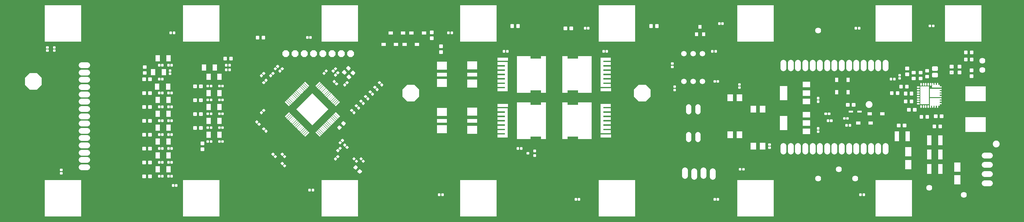
<source format=gbr>
G04 EAGLE Gerber RS-274X export*
G75*
%MOMM*%
%FSLAX34Y34*%
%LPD*%
%INSoldermask Top*%
%IPNEG*%
%AMOC8*
5,1,8,0,0,1.08239X$1,22.5*%
G01*
%ADD10C,0.460734*%
%ADD11R,1.251600X1.751600*%
%ADD12C,0.360766*%
%ADD13R,10.101600X10.101600*%
%ADD14R,1.651600X0.401600*%
%ADD15R,6.201600X6.201600*%
%ADD16R,1.501600X1.901600*%
%ADD17C,0.343781*%
%ADD18R,1.251600X0.901600*%
%ADD19C,0.451600*%
%ADD20R,2.461600X4.951600*%
%ADD21C,0.563219*%
%ADD22R,0.901600X1.001600*%
%ADD23R,2.901600X0.901600*%
%ADD24C,0.224509*%
%ADD25R,2.801600X1.134600*%
%ADD26R,2.801600X2.167600*%
%ADD27C,1.501600*%
%ADD28C,1.422400*%
%ADD29C,1.625600*%
%ADD30R,1.151600X0.601600*%
%ADD31R,0.901600X1.251600*%
%ADD32C,1.879600*%
%ADD33C,1.609600*%
%ADD34P,2.034460X8X22.500000*%
%ADD35P,4.980726X8X22.500000*%
%ADD36R,5.601600X4.101600*%
%ADD37R,1.251600X2.801600*%
%ADD38R,2.101600X1.601600*%
%ADD39R,2.101600X3.901600*%
%ADD40C,1.625600*%
%ADD41R,1.701600X2.651600*%

G36*
X1450804Y349549D02*
X1450804Y349549D01*
X1450804Y349550D01*
X1450804Y450550D01*
X1450801Y450554D01*
X1450800Y450554D01*
X1436800Y450554D01*
X1436796Y450551D01*
X1436796Y450550D01*
X1436796Y443554D01*
X1407804Y443554D01*
X1407804Y450050D01*
X1407801Y450054D01*
X1407800Y450054D01*
X1370800Y450054D01*
X1370796Y450051D01*
X1370796Y450050D01*
X1370796Y350050D01*
X1370799Y350046D01*
X1370800Y350046D01*
X1407800Y350046D01*
X1407804Y350049D01*
X1407804Y350050D01*
X1407804Y356546D01*
X1436796Y356546D01*
X1436796Y349550D01*
X1436799Y349546D01*
X1436800Y349546D01*
X1450800Y349546D01*
X1450804Y349549D01*
G37*
G36*
X1509604Y349549D02*
X1509604Y349549D01*
X1509604Y349550D01*
X1509604Y356546D01*
X1538596Y356546D01*
X1538596Y350050D01*
X1538599Y350046D01*
X1538600Y350046D01*
X1575600Y350046D01*
X1575604Y350049D01*
X1575604Y350050D01*
X1575604Y450050D01*
X1575601Y450054D01*
X1575600Y450054D01*
X1538600Y450054D01*
X1538596Y450051D01*
X1538596Y450050D01*
X1538596Y443554D01*
X1509604Y443554D01*
X1509604Y450550D01*
X1509601Y450554D01*
X1509600Y450554D01*
X1495600Y450554D01*
X1495596Y450551D01*
X1495596Y450550D01*
X1495596Y349550D01*
X1495599Y349546D01*
X1495600Y349546D01*
X1509600Y349546D01*
X1509604Y349549D01*
G37*
G36*
X1450804Y222549D02*
X1450804Y222549D01*
X1450804Y222550D01*
X1450804Y323550D01*
X1450801Y323554D01*
X1450800Y323554D01*
X1436800Y323554D01*
X1436796Y323551D01*
X1436796Y323550D01*
X1436796Y316554D01*
X1407804Y316554D01*
X1407804Y323050D01*
X1407801Y323054D01*
X1407800Y323054D01*
X1370800Y323054D01*
X1370796Y323051D01*
X1370796Y323050D01*
X1370796Y223050D01*
X1370799Y223046D01*
X1370800Y223046D01*
X1407800Y223046D01*
X1407804Y223049D01*
X1407804Y223050D01*
X1407804Y229546D01*
X1436796Y229546D01*
X1436796Y222550D01*
X1436799Y222546D01*
X1436800Y222546D01*
X1450800Y222546D01*
X1450804Y222549D01*
G37*
G36*
X1509604Y222549D02*
X1509604Y222549D01*
X1509604Y222550D01*
X1509604Y229546D01*
X1538596Y229546D01*
X1538596Y223050D01*
X1538599Y223046D01*
X1538600Y223046D01*
X1575600Y223046D01*
X1575604Y223049D01*
X1575604Y223050D01*
X1575604Y323050D01*
X1575601Y323054D01*
X1575600Y323054D01*
X1538600Y323054D01*
X1538596Y323051D01*
X1538596Y323050D01*
X1538596Y316554D01*
X1509604Y316554D01*
X1509604Y323550D01*
X1509601Y323554D01*
X1509600Y323554D01*
X1495600Y323554D01*
X1495596Y323551D01*
X1495596Y323550D01*
X1495596Y222550D01*
X1495599Y222546D01*
X1495600Y222546D01*
X1509600Y222546D01*
X1509604Y222549D01*
G37*
G36*
X1345804Y354049D02*
X1345804Y354049D01*
X1345804Y354050D01*
X1345804Y434050D01*
X1345801Y434054D01*
X1345800Y434054D01*
X1317800Y434054D01*
X1317796Y434051D01*
X1317796Y434050D01*
X1317796Y426050D01*
X1317799Y426046D01*
X1317800Y426046D01*
X1338196Y426046D01*
X1338196Y422054D01*
X1317800Y422054D01*
X1317796Y422051D01*
X1317796Y422050D01*
X1317796Y414050D01*
X1317799Y414046D01*
X1317800Y414046D01*
X1338196Y414046D01*
X1338196Y410054D01*
X1317800Y410054D01*
X1317796Y410051D01*
X1317796Y410050D01*
X1317796Y402050D01*
X1317799Y402046D01*
X1317800Y402046D01*
X1338196Y402046D01*
X1338196Y398054D01*
X1317800Y398054D01*
X1317796Y398051D01*
X1317796Y398050D01*
X1317796Y390050D01*
X1317799Y390046D01*
X1317800Y390046D01*
X1338196Y390046D01*
X1338196Y386054D01*
X1317800Y386054D01*
X1317796Y386051D01*
X1317796Y386050D01*
X1317796Y378050D01*
X1317799Y378046D01*
X1317800Y378046D01*
X1338196Y378046D01*
X1338196Y374054D01*
X1317800Y374054D01*
X1317796Y374051D01*
X1317796Y374050D01*
X1317796Y366050D01*
X1317799Y366046D01*
X1317800Y366046D01*
X1338196Y366046D01*
X1338196Y362054D01*
X1317800Y362054D01*
X1317796Y362051D01*
X1317796Y362050D01*
X1317796Y354050D01*
X1317799Y354046D01*
X1317800Y354046D01*
X1345800Y354046D01*
X1345804Y354049D01*
G37*
G36*
X1345804Y227049D02*
X1345804Y227049D01*
X1345804Y227050D01*
X1345804Y307050D01*
X1345801Y307054D01*
X1345800Y307054D01*
X1317800Y307054D01*
X1317796Y307051D01*
X1317796Y307050D01*
X1317796Y299050D01*
X1317799Y299046D01*
X1317800Y299046D01*
X1338196Y299046D01*
X1338196Y295054D01*
X1317800Y295054D01*
X1317796Y295051D01*
X1317796Y295050D01*
X1317796Y287050D01*
X1317799Y287046D01*
X1317800Y287046D01*
X1338196Y287046D01*
X1338196Y283054D01*
X1317800Y283054D01*
X1317796Y283051D01*
X1317796Y283050D01*
X1317796Y275050D01*
X1317799Y275046D01*
X1317800Y275046D01*
X1338196Y275046D01*
X1338196Y271054D01*
X1317800Y271054D01*
X1317796Y271051D01*
X1317796Y271050D01*
X1317796Y263050D01*
X1317799Y263046D01*
X1317800Y263046D01*
X1338196Y263046D01*
X1338196Y259054D01*
X1317800Y259054D01*
X1317796Y259051D01*
X1317796Y259050D01*
X1317796Y251050D01*
X1317799Y251046D01*
X1317800Y251046D01*
X1338196Y251046D01*
X1338196Y247054D01*
X1317800Y247054D01*
X1317796Y247051D01*
X1317796Y247050D01*
X1317796Y239050D01*
X1317799Y239046D01*
X1317800Y239046D01*
X1338196Y239046D01*
X1338196Y235054D01*
X1317800Y235054D01*
X1317796Y235051D01*
X1317796Y235050D01*
X1317796Y227050D01*
X1317799Y227046D01*
X1317800Y227046D01*
X1345800Y227046D01*
X1345804Y227049D01*
G37*
G36*
X1628604Y366049D02*
X1628604Y366049D01*
X1628604Y366050D01*
X1628604Y374050D01*
X1628601Y374054D01*
X1628600Y374054D01*
X1608204Y374054D01*
X1608204Y378046D01*
X1628600Y378046D01*
X1628604Y378049D01*
X1628604Y378050D01*
X1628604Y386050D01*
X1628601Y386054D01*
X1628600Y386054D01*
X1608204Y386054D01*
X1608204Y390046D01*
X1628600Y390046D01*
X1628604Y390049D01*
X1628604Y390050D01*
X1628604Y398050D01*
X1628601Y398054D01*
X1628600Y398054D01*
X1608204Y398054D01*
X1608204Y402046D01*
X1628600Y402046D01*
X1628604Y402049D01*
X1628604Y402050D01*
X1628604Y410050D01*
X1628601Y410054D01*
X1628600Y410054D01*
X1608204Y410054D01*
X1608204Y414046D01*
X1628600Y414046D01*
X1628604Y414049D01*
X1628604Y414050D01*
X1628604Y422050D01*
X1628601Y422054D01*
X1628600Y422054D01*
X1608204Y422054D01*
X1608204Y426046D01*
X1628600Y426046D01*
X1628604Y426049D01*
X1628604Y426050D01*
X1628604Y434050D01*
X1628601Y434054D01*
X1628600Y434054D01*
X1608204Y434054D01*
X1608204Y438046D01*
X1628600Y438046D01*
X1628604Y438049D01*
X1628604Y438050D01*
X1628604Y446050D01*
X1628601Y446054D01*
X1628600Y446054D01*
X1600600Y446054D01*
X1600596Y446051D01*
X1600596Y446050D01*
X1600596Y366050D01*
X1600599Y366046D01*
X1600600Y366046D01*
X1628600Y366046D01*
X1628604Y366049D01*
G37*
G36*
X1628604Y239049D02*
X1628604Y239049D01*
X1628604Y239050D01*
X1628604Y247050D01*
X1628601Y247054D01*
X1628600Y247054D01*
X1608204Y247054D01*
X1608204Y251046D01*
X1628600Y251046D01*
X1628604Y251049D01*
X1628604Y251050D01*
X1628604Y259050D01*
X1628601Y259054D01*
X1628600Y259054D01*
X1608204Y259054D01*
X1608204Y263046D01*
X1628600Y263046D01*
X1628604Y263049D01*
X1628604Y263050D01*
X1628604Y271050D01*
X1628601Y271054D01*
X1628600Y271054D01*
X1608204Y271054D01*
X1608204Y275046D01*
X1628600Y275046D01*
X1628604Y275049D01*
X1628604Y275050D01*
X1628604Y283050D01*
X1628601Y283054D01*
X1628600Y283054D01*
X1608204Y283054D01*
X1608204Y287046D01*
X1628600Y287046D01*
X1628604Y287049D01*
X1628604Y287050D01*
X1628604Y295050D01*
X1628601Y295054D01*
X1628600Y295054D01*
X1608204Y295054D01*
X1608204Y299046D01*
X1628600Y299046D01*
X1628604Y299049D01*
X1628604Y299050D01*
X1628604Y307050D01*
X1628601Y307054D01*
X1628600Y307054D01*
X1608204Y307054D01*
X1608204Y311046D01*
X1628600Y311046D01*
X1628604Y311049D01*
X1628604Y311050D01*
X1628604Y319050D01*
X1628601Y319054D01*
X1628600Y319054D01*
X1600600Y319054D01*
X1600596Y319051D01*
X1600596Y319050D01*
X1600596Y239050D01*
X1600599Y239046D01*
X1600600Y239046D01*
X1628600Y239046D01*
X1628604Y239049D01*
G37*
G36*
X2534480Y337901D02*
X2534480Y337901D01*
X2534481Y337901D01*
X2534974Y337972D01*
X2534975Y337972D01*
X2535428Y338179D01*
X2535428Y338180D01*
X2535429Y338180D01*
X2535805Y338506D01*
X2535805Y338507D01*
X2535806Y338507D01*
X2536075Y338926D01*
X2536075Y338927D01*
X2536076Y338927D01*
X2536216Y339405D01*
X2536216Y339406D01*
X2536216Y339904D01*
X2536216Y339905D01*
X2536076Y340383D01*
X2536075Y340384D01*
X2535806Y340803D01*
X2535805Y340804D01*
X2535429Y341130D01*
X2535428Y341130D01*
X2535428Y341131D01*
X2534975Y341338D01*
X2534974Y341338D01*
X2534481Y341409D01*
X2534480Y341409D01*
X2530404Y341409D01*
X2530404Y344401D01*
X2534480Y344401D01*
X2534481Y344401D01*
X2534974Y344472D01*
X2534975Y344472D01*
X2535428Y344679D01*
X2535428Y344680D01*
X2535429Y344680D01*
X2535805Y345006D01*
X2535805Y345007D01*
X2535806Y345007D01*
X2536075Y345426D01*
X2536075Y345427D01*
X2536076Y345427D01*
X2536216Y345905D01*
X2536216Y345906D01*
X2536216Y346404D01*
X2536216Y346405D01*
X2536076Y346883D01*
X2536075Y346884D01*
X2535806Y347303D01*
X2535805Y347304D01*
X2535429Y347630D01*
X2535428Y347630D01*
X2535428Y347631D01*
X2534975Y347838D01*
X2534974Y347838D01*
X2534481Y347909D01*
X2534480Y347909D01*
X2530404Y347909D01*
X2530404Y350901D01*
X2534480Y350901D01*
X2534481Y350901D01*
X2534974Y350972D01*
X2534975Y350972D01*
X2535428Y351179D01*
X2535428Y351180D01*
X2535429Y351180D01*
X2535805Y351506D01*
X2535805Y351507D01*
X2535806Y351507D01*
X2536075Y351926D01*
X2536075Y351927D01*
X2536076Y351927D01*
X2536216Y352405D01*
X2536216Y352406D01*
X2536216Y352904D01*
X2536216Y352905D01*
X2536076Y353383D01*
X2536075Y353384D01*
X2535806Y353803D01*
X2535805Y353804D01*
X2535429Y354130D01*
X2535428Y354130D01*
X2535428Y354131D01*
X2534975Y354338D01*
X2534974Y354338D01*
X2534481Y354409D01*
X2534480Y354409D01*
X2530404Y354409D01*
X2530404Y357401D01*
X2534480Y357401D01*
X2534481Y357401D01*
X2534974Y357472D01*
X2534975Y357472D01*
X2535428Y357679D01*
X2535428Y357680D01*
X2535429Y357680D01*
X2535805Y358006D01*
X2535805Y358007D01*
X2535806Y358007D01*
X2536075Y358426D01*
X2536075Y358427D01*
X2536076Y358427D01*
X2536216Y358905D01*
X2536216Y358906D01*
X2536216Y359404D01*
X2536216Y359405D01*
X2536076Y359883D01*
X2536075Y359884D01*
X2535806Y360303D01*
X2535805Y360304D01*
X2535429Y360630D01*
X2535428Y360630D01*
X2535428Y360631D01*
X2534975Y360838D01*
X2534974Y360838D01*
X2534481Y360909D01*
X2534480Y360909D01*
X2503400Y360909D01*
X2503396Y360906D01*
X2503396Y360905D01*
X2503396Y337905D01*
X2503399Y337901D01*
X2503400Y337901D01*
X2534480Y337901D01*
X2534480Y337901D01*
G37*
G36*
X2505400Y308589D02*
X2505400Y308589D01*
X2505878Y308729D01*
X2505879Y308730D01*
X2506298Y308999D01*
X2506299Y309000D01*
X2506625Y309376D01*
X2506625Y309377D01*
X2506626Y309377D01*
X2506833Y309830D01*
X2506833Y309831D01*
X2506833Y309833D01*
X2506834Y309833D01*
X2506837Y309854D01*
X2506838Y309862D01*
X2506841Y309883D01*
X2506844Y309904D01*
X2506847Y309925D01*
X2506850Y309946D01*
X2506850Y309947D01*
X2506853Y309968D01*
X2506854Y309976D01*
X2506857Y309997D01*
X2506860Y310018D01*
X2506863Y310039D01*
X2506866Y310060D01*
X2506869Y310081D01*
X2506869Y310082D01*
X2506872Y310103D01*
X2506874Y310111D01*
X2506877Y310132D01*
X2506880Y310153D01*
X2506883Y310174D01*
X2506886Y310195D01*
X2506889Y310216D01*
X2506889Y310217D01*
X2506890Y310225D01*
X2506893Y310246D01*
X2506896Y310267D01*
X2506899Y310288D01*
X2506902Y310309D01*
X2506904Y310324D01*
X2506904Y310325D01*
X2506904Y314401D01*
X2509896Y314401D01*
X2509896Y310325D01*
X2509896Y310324D01*
X2509967Y309831D01*
X2509967Y309830D01*
X2510174Y309377D01*
X2510175Y309377D01*
X2510175Y309376D01*
X2510501Y309000D01*
X2510502Y309000D01*
X2510502Y308999D01*
X2510921Y308730D01*
X2510922Y308730D01*
X2510922Y308729D01*
X2511400Y308589D01*
X2511401Y308589D01*
X2511899Y308589D01*
X2511900Y308589D01*
X2512378Y308729D01*
X2512379Y308730D01*
X2512798Y308999D01*
X2512799Y309000D01*
X2513125Y309376D01*
X2513125Y309377D01*
X2513126Y309377D01*
X2513333Y309830D01*
X2513333Y309831D01*
X2513333Y309833D01*
X2513334Y309833D01*
X2513337Y309854D01*
X2513338Y309862D01*
X2513341Y309883D01*
X2513344Y309904D01*
X2513347Y309925D01*
X2513350Y309946D01*
X2513350Y309947D01*
X2513353Y309968D01*
X2513354Y309976D01*
X2513357Y309997D01*
X2513360Y310018D01*
X2513363Y310039D01*
X2513366Y310060D01*
X2513369Y310081D01*
X2513369Y310082D01*
X2513372Y310103D01*
X2513374Y310111D01*
X2513377Y310132D01*
X2513380Y310153D01*
X2513383Y310174D01*
X2513386Y310195D01*
X2513389Y310216D01*
X2513389Y310217D01*
X2513390Y310225D01*
X2513393Y310246D01*
X2513396Y310267D01*
X2513399Y310288D01*
X2513402Y310309D01*
X2513404Y310324D01*
X2513404Y310325D01*
X2513404Y314401D01*
X2516396Y314401D01*
X2516396Y310325D01*
X2516396Y310324D01*
X2516467Y309831D01*
X2516467Y309830D01*
X2516674Y309377D01*
X2516675Y309377D01*
X2516675Y309376D01*
X2517001Y309000D01*
X2517002Y309000D01*
X2517002Y308999D01*
X2517421Y308730D01*
X2517422Y308730D01*
X2517422Y308729D01*
X2517900Y308589D01*
X2517901Y308589D01*
X2518399Y308589D01*
X2518400Y308589D01*
X2518878Y308729D01*
X2518879Y308730D01*
X2519298Y308999D01*
X2519299Y309000D01*
X2519625Y309376D01*
X2519625Y309377D01*
X2519626Y309377D01*
X2519833Y309830D01*
X2519833Y309831D01*
X2519833Y309833D01*
X2519834Y309833D01*
X2519837Y309854D01*
X2519838Y309862D01*
X2519841Y309883D01*
X2519844Y309904D01*
X2519847Y309925D01*
X2519850Y309946D01*
X2519850Y309947D01*
X2519853Y309968D01*
X2519854Y309976D01*
X2519857Y309997D01*
X2519860Y310018D01*
X2519863Y310039D01*
X2519866Y310060D01*
X2519869Y310081D01*
X2519869Y310082D01*
X2519872Y310103D01*
X2519874Y310111D01*
X2519877Y310132D01*
X2519880Y310153D01*
X2519883Y310174D01*
X2519886Y310195D01*
X2519889Y310216D01*
X2519889Y310217D01*
X2519890Y310225D01*
X2519893Y310246D01*
X2519896Y310267D01*
X2519899Y310288D01*
X2519902Y310309D01*
X2519904Y310324D01*
X2519904Y310325D01*
X2519904Y314401D01*
X2522896Y314401D01*
X2522896Y310325D01*
X2522896Y310324D01*
X2522967Y309831D01*
X2522967Y309830D01*
X2523174Y309377D01*
X2523175Y309377D01*
X2523175Y309376D01*
X2523501Y309000D01*
X2523502Y309000D01*
X2523502Y308999D01*
X2523921Y308730D01*
X2523922Y308730D01*
X2523922Y308729D01*
X2524400Y308589D01*
X2524401Y308589D01*
X2524899Y308589D01*
X2524900Y308589D01*
X2525378Y308729D01*
X2525379Y308730D01*
X2525798Y308999D01*
X2525799Y309000D01*
X2526125Y309376D01*
X2526125Y309377D01*
X2526126Y309377D01*
X2526333Y309830D01*
X2526333Y309831D01*
X2526333Y309833D01*
X2526334Y309833D01*
X2526337Y309854D01*
X2526338Y309862D01*
X2526341Y309883D01*
X2526344Y309904D01*
X2526347Y309925D01*
X2526350Y309946D01*
X2526350Y309947D01*
X2526353Y309968D01*
X2526354Y309976D01*
X2526357Y309997D01*
X2526360Y310018D01*
X2526363Y310039D01*
X2526366Y310060D01*
X2526369Y310081D01*
X2526369Y310082D01*
X2526372Y310103D01*
X2526374Y310111D01*
X2526377Y310132D01*
X2526380Y310153D01*
X2526383Y310174D01*
X2526386Y310195D01*
X2526389Y310216D01*
X2526389Y310217D01*
X2526390Y310225D01*
X2526393Y310246D01*
X2526396Y310267D01*
X2526399Y310288D01*
X2526402Y310309D01*
X2526404Y310324D01*
X2526404Y310325D01*
X2526404Y314401D01*
X2530400Y314401D01*
X2530404Y314404D01*
X2530404Y314405D01*
X2530404Y318401D01*
X2534480Y318401D01*
X2534481Y318401D01*
X2534974Y318472D01*
X2534975Y318472D01*
X2535428Y318679D01*
X2535428Y318680D01*
X2535429Y318680D01*
X2535805Y319006D01*
X2535805Y319007D01*
X2535806Y319007D01*
X2536075Y319426D01*
X2536075Y319427D01*
X2536076Y319427D01*
X2536216Y319905D01*
X2536216Y319906D01*
X2536216Y320404D01*
X2536216Y320405D01*
X2536076Y320883D01*
X2536075Y320884D01*
X2535806Y321303D01*
X2535805Y321304D01*
X2535429Y321630D01*
X2535428Y321630D01*
X2535428Y321631D01*
X2534975Y321838D01*
X2534974Y321838D01*
X2534481Y321909D01*
X2534480Y321909D01*
X2530404Y321909D01*
X2530404Y324901D01*
X2534480Y324901D01*
X2534481Y324901D01*
X2534974Y324972D01*
X2534975Y324972D01*
X2535428Y325179D01*
X2535428Y325180D01*
X2535429Y325180D01*
X2535805Y325506D01*
X2535805Y325507D01*
X2535806Y325507D01*
X2536075Y325926D01*
X2536075Y325927D01*
X2536076Y325927D01*
X2536216Y326405D01*
X2536216Y326406D01*
X2536216Y326904D01*
X2536216Y326905D01*
X2536076Y327383D01*
X2536075Y327384D01*
X2535806Y327803D01*
X2535805Y327804D01*
X2535429Y328130D01*
X2535428Y328130D01*
X2535428Y328131D01*
X2534975Y328338D01*
X2534974Y328338D01*
X2534481Y328409D01*
X2534480Y328409D01*
X2530404Y328409D01*
X2530404Y331401D01*
X2534480Y331401D01*
X2534481Y331401D01*
X2534974Y331472D01*
X2534975Y331472D01*
X2535428Y331679D01*
X2535428Y331680D01*
X2535429Y331680D01*
X2535805Y332006D01*
X2535805Y332007D01*
X2535806Y332007D01*
X2536075Y332426D01*
X2536075Y332427D01*
X2536076Y332427D01*
X2536216Y332905D01*
X2536216Y332906D01*
X2536216Y333404D01*
X2536216Y333405D01*
X2536076Y333883D01*
X2536075Y333884D01*
X2535806Y334303D01*
X2535805Y334304D01*
X2535429Y334630D01*
X2535428Y334630D01*
X2535428Y334631D01*
X2534975Y334838D01*
X2534974Y334838D01*
X2534481Y334909D01*
X2534480Y334909D01*
X2503400Y334909D01*
X2503396Y334906D01*
X2503396Y334905D01*
X2503396Y310325D01*
X2503396Y310324D01*
X2503467Y309831D01*
X2503467Y309830D01*
X2503674Y309377D01*
X2503675Y309377D01*
X2503675Y309376D01*
X2504001Y309000D01*
X2504002Y309000D01*
X2504002Y308999D01*
X2504421Y308730D01*
X2504422Y308730D01*
X2504422Y308729D01*
X2504900Y308589D01*
X2504901Y308589D01*
X2505399Y308589D01*
X2505400Y308589D01*
G37*
G36*
X2534480Y363901D02*
X2534480Y363901D01*
X2534481Y363901D01*
X2534974Y363972D01*
X2534975Y363972D01*
X2535428Y364179D01*
X2535428Y364180D01*
X2535429Y364180D01*
X2535805Y364506D01*
X2535805Y364507D01*
X2535806Y364507D01*
X2536075Y364926D01*
X2536075Y364927D01*
X2536076Y364927D01*
X2536216Y365405D01*
X2536216Y365406D01*
X2536216Y365904D01*
X2536216Y365905D01*
X2536076Y366383D01*
X2536075Y366384D01*
X2535806Y366803D01*
X2535805Y366804D01*
X2535429Y367130D01*
X2535428Y367130D01*
X2535428Y367131D01*
X2534975Y367338D01*
X2534974Y367338D01*
X2534481Y367409D01*
X2534480Y367409D01*
X2530404Y367409D01*
X2530404Y371405D01*
X2530401Y371409D01*
X2530400Y371409D01*
X2526404Y371409D01*
X2526404Y375485D01*
X2526404Y375486D01*
X2526333Y375979D01*
X2526333Y375980D01*
X2526126Y376433D01*
X2526125Y376433D01*
X2526125Y376434D01*
X2525799Y376810D01*
X2525798Y376810D01*
X2525798Y376811D01*
X2525379Y377080D01*
X2525378Y377080D01*
X2525378Y377081D01*
X2524900Y377221D01*
X2524899Y377221D01*
X2524401Y377221D01*
X2524400Y377221D01*
X2523922Y377081D01*
X2523921Y377080D01*
X2523502Y376811D01*
X2523502Y376810D01*
X2523501Y376810D01*
X2523175Y376434D01*
X2523175Y376433D01*
X2523174Y376433D01*
X2522967Y375980D01*
X2522967Y375979D01*
X2522964Y375963D01*
X2522961Y375942D01*
X2522958Y375921D01*
X2522958Y375920D01*
X2522955Y375899D01*
X2522952Y375878D01*
X2522949Y375857D01*
X2522948Y375849D01*
X2522945Y375828D01*
X2522942Y375807D01*
X2522939Y375786D01*
X2522939Y375785D01*
X2522936Y375764D01*
X2522933Y375743D01*
X2522930Y375722D01*
X2522929Y375714D01*
X2522926Y375693D01*
X2522923Y375672D01*
X2522920Y375651D01*
X2522920Y375650D01*
X2522917Y375629D01*
X2522916Y375629D01*
X2522913Y375608D01*
X2522912Y375600D01*
X2522909Y375579D01*
X2522906Y375558D01*
X2522903Y375537D01*
X2522900Y375516D01*
X2522900Y375515D01*
X2522897Y375494D01*
X2522896Y375486D01*
X2522896Y375485D01*
X2522896Y371409D01*
X2519904Y371409D01*
X2519904Y375485D01*
X2519904Y375486D01*
X2519833Y375979D01*
X2519833Y375980D01*
X2519626Y376433D01*
X2519625Y376433D01*
X2519625Y376434D01*
X2519299Y376810D01*
X2519298Y376810D01*
X2519298Y376811D01*
X2518879Y377080D01*
X2518878Y377080D01*
X2518878Y377081D01*
X2518400Y377221D01*
X2518399Y377221D01*
X2517901Y377221D01*
X2517900Y377221D01*
X2517422Y377081D01*
X2517421Y377080D01*
X2517002Y376811D01*
X2517002Y376810D01*
X2517001Y376810D01*
X2516675Y376434D01*
X2516675Y376433D01*
X2516674Y376433D01*
X2516467Y375980D01*
X2516467Y375979D01*
X2516464Y375963D01*
X2516461Y375942D01*
X2516458Y375921D01*
X2516458Y375920D01*
X2516455Y375899D01*
X2516452Y375878D01*
X2516449Y375857D01*
X2516448Y375849D01*
X2516445Y375828D01*
X2516442Y375807D01*
X2516439Y375786D01*
X2516439Y375785D01*
X2516436Y375764D01*
X2516433Y375743D01*
X2516430Y375722D01*
X2516429Y375714D01*
X2516426Y375693D01*
X2516423Y375672D01*
X2516420Y375651D01*
X2516420Y375650D01*
X2516417Y375629D01*
X2516416Y375629D01*
X2516413Y375608D01*
X2516412Y375600D01*
X2516409Y375579D01*
X2516406Y375558D01*
X2516403Y375537D01*
X2516400Y375516D01*
X2516400Y375515D01*
X2516397Y375494D01*
X2516396Y375486D01*
X2516396Y375485D01*
X2516396Y371409D01*
X2513404Y371409D01*
X2513404Y375485D01*
X2513404Y375486D01*
X2513333Y375979D01*
X2513333Y375980D01*
X2513126Y376433D01*
X2513125Y376433D01*
X2513125Y376434D01*
X2512799Y376810D01*
X2512798Y376810D01*
X2512798Y376811D01*
X2512379Y377080D01*
X2512378Y377080D01*
X2512378Y377081D01*
X2511900Y377221D01*
X2511899Y377221D01*
X2511401Y377221D01*
X2511400Y377221D01*
X2510922Y377081D01*
X2510921Y377080D01*
X2510502Y376811D01*
X2510502Y376810D01*
X2510501Y376810D01*
X2510175Y376434D01*
X2510175Y376433D01*
X2510174Y376433D01*
X2509967Y375980D01*
X2509967Y375979D01*
X2509964Y375963D01*
X2509961Y375942D01*
X2509958Y375921D01*
X2509958Y375920D01*
X2509955Y375899D01*
X2509952Y375878D01*
X2509949Y375857D01*
X2509948Y375849D01*
X2509945Y375828D01*
X2509942Y375807D01*
X2509939Y375786D01*
X2509939Y375785D01*
X2509936Y375764D01*
X2509933Y375743D01*
X2509930Y375722D01*
X2509929Y375714D01*
X2509926Y375693D01*
X2509923Y375672D01*
X2509920Y375651D01*
X2509920Y375650D01*
X2509917Y375629D01*
X2509916Y375629D01*
X2509913Y375608D01*
X2509912Y375600D01*
X2509909Y375579D01*
X2509906Y375558D01*
X2509903Y375537D01*
X2509900Y375516D01*
X2509900Y375515D01*
X2509897Y375494D01*
X2509896Y375486D01*
X2509896Y375485D01*
X2509896Y363905D01*
X2509899Y363901D01*
X2509900Y363901D01*
X2534480Y363901D01*
X2534480Y363901D01*
G37*
D10*
X500615Y365335D02*
X500615Y371245D01*
X506025Y371245D01*
X506025Y365335D01*
X500615Y365335D01*
X500615Y369712D02*
X506025Y369712D01*
X484615Y371245D02*
X484615Y365335D01*
X484615Y371245D02*
X490025Y371245D01*
X490025Y365335D01*
X484615Y365335D01*
X484615Y369712D02*
X490025Y369712D01*
X500595Y295055D02*
X500595Y289145D01*
X500595Y295055D02*
X506005Y295055D01*
X506005Y289145D01*
X500595Y289145D01*
X500595Y293522D02*
X506005Y293522D01*
X484595Y295055D02*
X484595Y289145D01*
X484595Y295055D02*
X490005Y295055D01*
X490005Y289145D01*
X484595Y289145D01*
X484595Y293522D02*
X490005Y293522D01*
X505045Y208495D02*
X510955Y208495D01*
X505045Y208495D02*
X505045Y213905D01*
X510955Y213905D01*
X510955Y208495D01*
X510955Y212872D02*
X505045Y212872D01*
X505045Y192495D02*
X510955Y192495D01*
X505045Y192495D02*
X505045Y197905D01*
X510955Y197905D01*
X510955Y192495D01*
X510955Y196872D02*
X505045Y196872D01*
D11*
X554770Y393670D03*
X524770Y393670D03*
X554750Y311150D03*
X524750Y311150D03*
X554750Y234950D03*
X524750Y234950D03*
X415040Y444550D03*
X385040Y444550D03*
X542070Y419130D03*
X512070Y419130D03*
X554660Y349100D03*
X524660Y349100D03*
X554750Y273050D03*
X524750Y273050D03*
D10*
X500595Y327245D02*
X500595Y333155D01*
X506005Y333155D01*
X506005Y327245D01*
X500595Y327245D01*
X500595Y331622D02*
X506005Y331622D01*
X484595Y333155D02*
X484595Y327245D01*
X484595Y333155D02*
X490005Y333155D01*
X490005Y327245D01*
X484595Y327245D01*
X484595Y331622D02*
X490005Y331622D01*
D12*
X724319Y415932D02*
X727082Y413169D01*
X724319Y415932D02*
X727082Y418695D01*
X729845Y415932D01*
X727082Y413169D01*
X729180Y416597D02*
X724984Y416597D01*
X717955Y409568D02*
X720718Y406805D01*
X717955Y409568D02*
X720718Y412331D01*
X723481Y409568D01*
X720718Y406805D01*
X722816Y410233D02*
X718620Y410233D01*
X714382Y419519D02*
X711619Y422282D01*
X714382Y425045D01*
X717145Y422282D01*
X714382Y419519D01*
X716480Y422947D02*
X712284Y422947D01*
X705255Y415918D02*
X708018Y413155D01*
X705255Y415918D02*
X708018Y418681D01*
X710781Y415918D01*
X708018Y413155D01*
X710116Y416583D02*
X705920Y416583D01*
X698919Y403232D02*
X701682Y400469D01*
X698919Y403232D02*
X701682Y405995D01*
X704445Y403232D01*
X701682Y400469D01*
X703780Y403897D02*
X699584Y403897D01*
X692555Y396868D02*
X695318Y394105D01*
X692555Y396868D02*
X695318Y399631D01*
X698081Y396868D01*
X695318Y394105D01*
X697416Y397533D02*
X693220Y397533D01*
X676282Y400469D02*
X673519Y403232D01*
X676282Y405995D01*
X679045Y403232D01*
X676282Y400469D01*
X678380Y403897D02*
X674184Y403897D01*
X667155Y396868D02*
X669918Y394105D01*
X667155Y396868D02*
X669918Y399631D01*
X672681Y396868D01*
X669918Y394105D01*
X672016Y397533D02*
X667820Y397533D01*
X679869Y384182D02*
X682632Y381419D01*
X679869Y384182D02*
X682632Y386945D01*
X685395Y384182D01*
X682632Y381419D01*
X684730Y384847D02*
X680534Y384847D01*
X673505Y377818D02*
X676268Y375055D01*
X673505Y377818D02*
X676268Y380581D01*
X679031Y377818D01*
X676268Y375055D01*
X678366Y378483D02*
X674170Y378483D01*
X673519Y301632D02*
X676282Y298869D01*
X673519Y301632D02*
X676282Y304395D01*
X679045Y301632D01*
X676282Y298869D01*
X678380Y302297D02*
X674184Y302297D01*
X667155Y295268D02*
X669918Y292505D01*
X667155Y295268D02*
X669918Y298031D01*
X672681Y295268D01*
X669918Y292505D01*
X672016Y295933D02*
X667820Y295933D01*
X659981Y269882D02*
X657218Y267119D01*
X654455Y269882D01*
X657218Y272645D01*
X659981Y269882D01*
X659316Y270547D02*
X655120Y270547D01*
X663582Y260755D02*
X666345Y263518D01*
X663582Y260755D02*
X660819Y263518D01*
X663582Y266281D01*
X666345Y263518D01*
X665680Y264183D02*
X661484Y264183D01*
D10*
X352185Y418045D02*
X346275Y418045D01*
X346275Y423455D01*
X352185Y423455D01*
X352185Y418045D01*
X352185Y422422D02*
X346275Y422422D01*
X346275Y402045D02*
X352185Y402045D01*
X346275Y402045D02*
X346275Y407455D01*
X352185Y407455D01*
X352185Y402045D01*
X352185Y406422D02*
X346275Y406422D01*
D12*
X866768Y412331D02*
X869531Y409568D01*
X866768Y406805D01*
X864005Y409568D01*
X866768Y412331D01*
X868866Y410233D02*
X864670Y410233D01*
X873132Y418695D02*
X875895Y415932D01*
X873132Y413169D01*
X870369Y415932D01*
X873132Y418695D01*
X875230Y416597D02*
X871034Y416597D01*
D10*
X883177Y258675D02*
X887355Y254497D01*
X883529Y250671D01*
X879351Y254849D01*
X883177Y258675D01*
X886804Y255048D02*
X879550Y255048D01*
X894491Y269989D02*
X898669Y265811D01*
X894843Y261985D01*
X890665Y266163D01*
X894491Y269989D01*
X898118Y266362D02*
X890864Y266362D01*
X583155Y441535D02*
X583155Y447445D01*
X588565Y447445D01*
X588565Y441535D01*
X583155Y441535D01*
X583155Y445912D02*
X588565Y445912D01*
X567155Y447445D02*
X567155Y441535D01*
X567155Y447445D02*
X572565Y447445D01*
X572565Y441535D01*
X567155Y441535D01*
X567155Y445912D02*
X572565Y445912D01*
X500595Y256955D02*
X500595Y251045D01*
X500595Y256955D02*
X506005Y256955D01*
X506005Y251045D01*
X500595Y251045D01*
X500595Y255422D02*
X506005Y255422D01*
X484595Y256955D02*
X484595Y251045D01*
X484595Y256955D02*
X490005Y256955D01*
X490005Y251045D01*
X484595Y251045D01*
X484595Y255422D02*
X490005Y255422D01*
D13*
X2025000Y540000D03*
X2025000Y60000D03*
X2405000Y540000D03*
X2405000Y60000D03*
X2595000Y540000D03*
X1645000Y540000D03*
X1645000Y60000D03*
D14*
G36*
X798554Y365989D02*
X786876Y377667D01*
X789716Y380507D01*
X801394Y368829D01*
X798554Y365989D01*
G37*
G36*
X795019Y362453D02*
X783341Y374131D01*
X786181Y376971D01*
X797859Y365293D01*
X795019Y362453D01*
G37*
G36*
X791483Y358918D02*
X779805Y370596D01*
X782645Y373436D01*
X794323Y361758D01*
X791483Y358918D01*
G37*
G36*
X787947Y355382D02*
X776269Y367060D01*
X779109Y369900D01*
X790787Y358222D01*
X787947Y355382D01*
G37*
G36*
X784412Y351847D02*
X772734Y363525D01*
X775574Y366365D01*
X787252Y354687D01*
X784412Y351847D01*
G37*
G36*
X780876Y348311D02*
X769198Y359989D01*
X772038Y362829D01*
X783716Y351151D01*
X780876Y348311D01*
G37*
G36*
X777341Y344776D02*
X765663Y356454D01*
X768503Y359294D01*
X780181Y347616D01*
X777341Y344776D01*
G37*
G36*
X773805Y341240D02*
X762127Y352918D01*
X764967Y355758D01*
X776645Y344080D01*
X773805Y341240D01*
G37*
G36*
X770270Y337705D02*
X758592Y349383D01*
X761432Y352223D01*
X773110Y340545D01*
X770270Y337705D01*
G37*
G36*
X766734Y334169D02*
X755056Y345847D01*
X757896Y348687D01*
X769574Y337009D01*
X766734Y334169D01*
G37*
G36*
X763199Y330634D02*
X751521Y342312D01*
X754361Y345152D01*
X766039Y333474D01*
X763199Y330634D01*
G37*
G36*
X759663Y327098D02*
X747985Y338776D01*
X750825Y341616D01*
X762503Y329938D01*
X759663Y327098D01*
G37*
G36*
X756128Y323563D02*
X744450Y335241D01*
X747290Y338081D01*
X758968Y326403D01*
X756128Y323563D01*
G37*
G36*
X752592Y320027D02*
X740914Y331705D01*
X743754Y334545D01*
X755432Y322867D01*
X752592Y320027D01*
G37*
G36*
X749057Y316491D02*
X737379Y328169D01*
X740219Y331009D01*
X751897Y319331D01*
X749057Y316491D01*
G37*
G36*
X745521Y312956D02*
X733843Y324634D01*
X736683Y327474D01*
X748361Y315796D01*
X745521Y312956D01*
G37*
G36*
X748361Y293804D02*
X736683Y282126D01*
X733843Y284966D01*
X745521Y296644D01*
X748361Y293804D01*
G37*
G36*
X751897Y290269D02*
X740219Y278591D01*
X737379Y281431D01*
X749057Y293109D01*
X751897Y290269D01*
G37*
G36*
X755432Y286733D02*
X743754Y275055D01*
X740914Y277895D01*
X752592Y289573D01*
X755432Y286733D01*
G37*
G36*
X758968Y283197D02*
X747290Y271519D01*
X744450Y274359D01*
X756128Y286037D01*
X758968Y283197D01*
G37*
G36*
X762503Y279662D02*
X750825Y267984D01*
X747985Y270824D01*
X759663Y282502D01*
X762503Y279662D01*
G37*
G36*
X766039Y276126D02*
X754361Y264448D01*
X751521Y267288D01*
X763199Y278966D01*
X766039Y276126D01*
G37*
G36*
X769574Y272591D02*
X757896Y260913D01*
X755056Y263753D01*
X766734Y275431D01*
X769574Y272591D01*
G37*
G36*
X773110Y269055D02*
X761432Y257377D01*
X758592Y260217D01*
X770270Y271895D01*
X773110Y269055D01*
G37*
G36*
X776645Y265520D02*
X764967Y253842D01*
X762127Y256682D01*
X773805Y268360D01*
X776645Y265520D01*
G37*
G36*
X780181Y261984D02*
X768503Y250306D01*
X765663Y253146D01*
X777341Y264824D01*
X780181Y261984D01*
G37*
G36*
X783716Y258449D02*
X772038Y246771D01*
X769198Y249611D01*
X780876Y261289D01*
X783716Y258449D01*
G37*
G36*
X787252Y254913D02*
X775574Y243235D01*
X772734Y246075D01*
X784412Y257753D01*
X787252Y254913D01*
G37*
G36*
X790787Y251378D02*
X779109Y239700D01*
X776269Y242540D01*
X787947Y254218D01*
X790787Y251378D01*
G37*
G36*
X794323Y247842D02*
X782645Y236164D01*
X779805Y239004D01*
X791483Y250682D01*
X794323Y247842D01*
G37*
G36*
X797859Y244307D02*
X786181Y232629D01*
X783341Y235469D01*
X795019Y247147D01*
X797859Y244307D01*
G37*
G36*
X801394Y240771D02*
X789716Y229093D01*
X786876Y231933D01*
X798554Y243611D01*
X801394Y240771D01*
G37*
G36*
X820546Y243611D02*
X832224Y231933D01*
X829384Y229093D01*
X817706Y240771D01*
X820546Y243611D01*
G37*
G36*
X824081Y247147D02*
X835759Y235469D01*
X832919Y232629D01*
X821241Y244307D01*
X824081Y247147D01*
G37*
G36*
X827617Y250682D02*
X839295Y239004D01*
X836455Y236164D01*
X824777Y247842D01*
X827617Y250682D01*
G37*
G36*
X831153Y254218D02*
X842831Y242540D01*
X839991Y239700D01*
X828313Y251378D01*
X831153Y254218D01*
G37*
G36*
X834688Y257753D02*
X846366Y246075D01*
X843526Y243235D01*
X831848Y254913D01*
X834688Y257753D01*
G37*
G36*
X838224Y261289D02*
X849902Y249611D01*
X847062Y246771D01*
X835384Y258449D01*
X838224Y261289D01*
G37*
G36*
X841759Y264824D02*
X853437Y253146D01*
X850597Y250306D01*
X838919Y261984D01*
X841759Y264824D01*
G37*
G36*
X845295Y268360D02*
X856973Y256682D01*
X854133Y253842D01*
X842455Y265520D01*
X845295Y268360D01*
G37*
G36*
X848830Y271895D02*
X860508Y260217D01*
X857668Y257377D01*
X845990Y269055D01*
X848830Y271895D01*
G37*
G36*
X852366Y275431D02*
X864044Y263753D01*
X861204Y260913D01*
X849526Y272591D01*
X852366Y275431D01*
G37*
G36*
X855901Y278966D02*
X867579Y267288D01*
X864739Y264448D01*
X853061Y276126D01*
X855901Y278966D01*
G37*
G36*
X859437Y282502D02*
X871115Y270824D01*
X868275Y267984D01*
X856597Y279662D01*
X859437Y282502D01*
G37*
G36*
X862972Y286037D02*
X874650Y274359D01*
X871810Y271519D01*
X860132Y283197D01*
X862972Y286037D01*
G37*
G36*
X866508Y289573D02*
X878186Y277895D01*
X875346Y275055D01*
X863668Y286733D01*
X866508Y289573D01*
G37*
G36*
X870043Y293109D02*
X881721Y281431D01*
X878881Y278591D01*
X867203Y290269D01*
X870043Y293109D01*
G37*
G36*
X873579Y296644D02*
X885257Y284966D01*
X882417Y282126D01*
X870739Y293804D01*
X873579Y296644D01*
G37*
G36*
X870739Y315796D02*
X882417Y327474D01*
X885257Y324634D01*
X873579Y312956D01*
X870739Y315796D01*
G37*
G36*
X867203Y319331D02*
X878881Y331009D01*
X881721Y328169D01*
X870043Y316491D01*
X867203Y319331D01*
G37*
G36*
X863668Y322867D02*
X875346Y334545D01*
X878186Y331705D01*
X866508Y320027D01*
X863668Y322867D01*
G37*
G36*
X860132Y326403D02*
X871810Y338081D01*
X874650Y335241D01*
X862972Y323563D01*
X860132Y326403D01*
G37*
G36*
X856597Y329938D02*
X868275Y341616D01*
X871115Y338776D01*
X859437Y327098D01*
X856597Y329938D01*
G37*
G36*
X853061Y333474D02*
X864739Y345152D01*
X867579Y342312D01*
X855901Y330634D01*
X853061Y333474D01*
G37*
G36*
X849759Y337242D02*
X861437Y348920D01*
X864277Y346080D01*
X852599Y334402D01*
X849759Y337242D01*
G37*
G36*
X845990Y340545D02*
X857668Y352223D01*
X860508Y349383D01*
X848830Y337705D01*
X845990Y340545D01*
G37*
G36*
X842455Y344080D02*
X854133Y355758D01*
X856973Y352918D01*
X845295Y341240D01*
X842455Y344080D01*
G37*
G36*
X838919Y347616D02*
X850597Y359294D01*
X853437Y356454D01*
X841759Y344776D01*
X838919Y347616D01*
G37*
G36*
X835384Y351151D02*
X847062Y362829D01*
X849902Y359989D01*
X838224Y348311D01*
X835384Y351151D01*
G37*
G36*
X831848Y354687D02*
X843526Y366365D01*
X846366Y363525D01*
X834688Y351847D01*
X831848Y354687D01*
G37*
G36*
X828313Y358222D02*
X839991Y369900D01*
X842831Y367060D01*
X831153Y355382D01*
X828313Y358222D01*
G37*
G36*
X824777Y361758D02*
X836455Y373436D01*
X839295Y370596D01*
X827617Y358918D01*
X824777Y361758D01*
G37*
G36*
X821241Y365293D02*
X832919Y376971D01*
X835759Y374131D01*
X824081Y362453D01*
X821241Y365293D01*
G37*
G36*
X817706Y368829D02*
X829384Y380507D01*
X832224Y377667D01*
X820546Y365989D01*
X817706Y368829D01*
G37*
D15*
G36*
X809550Y260949D02*
X765699Y304800D01*
X809550Y348651D01*
X853401Y304800D01*
X809550Y260949D01*
G37*
D16*
X2044700Y304800D03*
X2019300Y304800D03*
X2019300Y203200D03*
X2044700Y203200D03*
D17*
X524369Y366511D02*
X524369Y370089D01*
X524369Y366511D02*
X520791Y366511D01*
X520791Y370089D01*
X524369Y370089D01*
X524369Y369777D02*
X520791Y369777D01*
X533369Y370089D02*
X533369Y366511D01*
X529791Y366511D01*
X529791Y370089D01*
X533369Y370089D01*
X533369Y369777D02*
X529791Y369777D01*
X524339Y293889D02*
X524339Y290311D01*
X520761Y290311D01*
X520761Y293889D01*
X524339Y293889D01*
X524339Y293577D02*
X520761Y293577D01*
X533339Y293889D02*
X533339Y290311D01*
X529761Y290311D01*
X529761Y293889D01*
X533339Y293889D01*
X533339Y293577D02*
X529761Y293577D01*
X524339Y217689D02*
X524339Y214111D01*
X520761Y214111D01*
X520761Y217689D01*
X524339Y217689D01*
X524339Y217377D02*
X520761Y217377D01*
X533339Y217689D02*
X533339Y214111D01*
X529761Y214111D01*
X529761Y217689D01*
X533339Y217689D01*
X533339Y217377D02*
X529761Y217377D01*
X390989Y423681D02*
X390989Y427259D01*
X390989Y423681D02*
X387411Y423681D01*
X387411Y427259D01*
X390989Y427259D01*
X390989Y426947D02*
X387411Y426947D01*
X399989Y427259D02*
X399989Y423681D01*
X396411Y423681D01*
X396411Y427259D01*
X399989Y427259D01*
X399989Y426947D02*
X396411Y426947D01*
X580611Y427249D02*
X580611Y423671D01*
X580611Y427249D02*
X584189Y427249D01*
X584189Y423671D01*
X580611Y423671D01*
X580611Y426937D02*
X584189Y426937D01*
X571611Y427249D02*
X571611Y423671D01*
X571611Y427249D02*
X575189Y427249D01*
X575189Y423671D01*
X571611Y423671D01*
X571611Y426937D02*
X575189Y426937D01*
X524339Y331879D02*
X524339Y328301D01*
X520761Y328301D01*
X520761Y331879D01*
X524339Y331879D01*
X524339Y331567D02*
X520761Y331567D01*
X533339Y331879D02*
X533339Y328301D01*
X529761Y328301D01*
X529761Y331879D01*
X533339Y331879D01*
X533339Y331567D02*
X529761Y331567D01*
X524339Y255789D02*
X524339Y252211D01*
X520761Y252211D01*
X520761Y255789D01*
X524339Y255789D01*
X524339Y255477D02*
X520761Y255477D01*
X533339Y255789D02*
X533339Y252211D01*
X529761Y252211D01*
X529761Y255789D01*
X533339Y255789D01*
X533339Y255477D02*
X529761Y255477D01*
X575139Y410961D02*
X575139Y414539D01*
X575139Y410961D02*
X571561Y410961D01*
X571561Y414539D01*
X575139Y414539D01*
X575139Y414227D02*
X571561Y414227D01*
X584139Y414539D02*
X584139Y410961D01*
X580561Y410961D01*
X580561Y414539D01*
X584139Y414539D01*
X584139Y414227D02*
X580561Y414227D01*
X556089Y370089D02*
X556089Y366511D01*
X552511Y366511D01*
X552511Y370089D01*
X556089Y370089D01*
X556089Y369777D02*
X552511Y369777D01*
X565089Y370089D02*
X565089Y366511D01*
X561511Y366511D01*
X561511Y370089D01*
X565089Y370089D01*
X565089Y369777D02*
X561511Y369777D01*
X556089Y331989D02*
X556089Y328411D01*
X552511Y328411D01*
X552511Y331989D01*
X556089Y331989D01*
X556089Y331677D02*
X552511Y331677D01*
X565089Y331989D02*
X565089Y328411D01*
X561511Y328411D01*
X561511Y331989D01*
X565089Y331989D01*
X565089Y331677D02*
X561511Y331677D01*
X556089Y293889D02*
X556089Y290311D01*
X552511Y290311D01*
X552511Y293889D01*
X556089Y293889D01*
X556089Y293577D02*
X552511Y293577D01*
X565089Y293889D02*
X565089Y290311D01*
X561511Y290311D01*
X561511Y293889D01*
X565089Y293889D01*
X565089Y293577D02*
X561511Y293577D01*
X556089Y255789D02*
X556089Y252211D01*
X552511Y252211D01*
X552511Y255789D01*
X556089Y255789D01*
X556089Y255477D02*
X552511Y255477D01*
X565089Y255789D02*
X565089Y252211D01*
X561511Y252211D01*
X561511Y255789D01*
X565089Y255789D01*
X565089Y255477D02*
X561511Y255477D01*
X556089Y217689D02*
X556089Y214111D01*
X552511Y214111D01*
X552511Y217689D01*
X556089Y217689D01*
X556089Y217377D02*
X552511Y217377D01*
X565089Y217689D02*
X565089Y214111D01*
X561511Y214111D01*
X561511Y217689D01*
X565089Y217689D01*
X565089Y217377D02*
X561511Y217377D01*
X416389Y423661D02*
X416389Y427239D01*
X416389Y423661D02*
X412811Y423661D01*
X412811Y427239D01*
X416389Y427239D01*
X416389Y426927D02*
X412811Y426927D01*
X425389Y427239D02*
X425389Y423661D01*
X421811Y423661D01*
X421811Y427239D01*
X425389Y427239D01*
X425389Y426927D02*
X421811Y426927D01*
X942968Y165752D02*
X945498Y168282D01*
X942968Y165752D02*
X940438Y168282D01*
X942968Y170812D01*
X945498Y168282D01*
X944762Y169018D02*
X941174Y169018D01*
X949332Y159388D02*
X951862Y161918D01*
X949332Y159388D02*
X946802Y161918D01*
X949332Y164448D01*
X951862Y161918D01*
X951126Y162654D02*
X947538Y162654D01*
X926448Y168282D02*
X923918Y165752D01*
X921388Y168282D01*
X923918Y170812D01*
X926448Y168282D01*
X925712Y169018D02*
X922124Y169018D01*
X930282Y159388D02*
X932812Y161918D01*
X930282Y159388D02*
X927752Y161918D01*
X930282Y164448D01*
X932812Y161918D01*
X932076Y162654D02*
X928488Y162654D01*
X843898Y403218D02*
X841368Y405748D01*
X843898Y403218D02*
X841368Y400688D01*
X838838Y403218D01*
X841368Y405748D01*
X843162Y403954D02*
X839574Y403954D01*
X847732Y412112D02*
X850262Y409582D01*
X847732Y407052D01*
X845202Y409582D01*
X847732Y412112D01*
X849526Y410318D02*
X845938Y410318D01*
D10*
X360895Y390305D02*
X360895Y384395D01*
X360895Y390305D02*
X366305Y390305D01*
X366305Y384395D01*
X360895Y384395D01*
X360895Y388772D02*
X366305Y388772D01*
X344895Y390305D02*
X344895Y384395D01*
X344895Y390305D02*
X350305Y390305D01*
X350305Y384395D01*
X344895Y384395D01*
X344895Y388772D02*
X350305Y388772D01*
D17*
X390989Y389139D02*
X390989Y385561D01*
X387411Y385561D01*
X387411Y389139D01*
X390989Y389139D01*
X390989Y388827D02*
X387411Y388827D01*
X399989Y389139D02*
X399989Y385561D01*
X396411Y385561D01*
X396411Y389139D01*
X399989Y389139D01*
X399989Y388827D02*
X396411Y388827D01*
X417311Y403689D02*
X420889Y403689D01*
X420889Y400111D01*
X417311Y400111D01*
X417311Y403689D01*
X417311Y403377D02*
X420889Y403377D01*
X420889Y412689D02*
X417311Y412689D01*
X420889Y412689D02*
X420889Y409111D01*
X417311Y409111D01*
X417311Y412689D01*
X417311Y412377D02*
X420889Y412377D01*
D11*
X402350Y406400D03*
X372350Y406400D03*
D13*
X1265000Y60000D03*
D10*
X360885Y346325D02*
X360885Y352235D01*
X366295Y352235D01*
X366295Y346325D01*
X360885Y346325D01*
X360885Y350702D02*
X366295Y350702D01*
X344885Y352235D02*
X344885Y346325D01*
X344885Y352235D02*
X350295Y352235D01*
X350295Y346325D01*
X344885Y346325D01*
X344885Y350702D02*
X350295Y350702D01*
D17*
X391009Y351089D02*
X391009Y347511D01*
X387431Y347511D01*
X387431Y351089D01*
X391009Y351089D01*
X391009Y350777D02*
X387431Y350777D01*
X400009Y351089D02*
X400009Y347511D01*
X396431Y347511D01*
X396431Y351089D01*
X400009Y351089D01*
X400009Y350777D02*
X396431Y350777D01*
X416389Y351039D02*
X416389Y347461D01*
X412811Y347461D01*
X412811Y351039D01*
X416389Y351039D01*
X416389Y350727D02*
X412811Y350727D01*
X425389Y351039D02*
X425389Y347461D01*
X421811Y347461D01*
X421811Y351039D01*
X425389Y351039D01*
X425389Y350727D02*
X421811Y350727D01*
D11*
X413866Y366767D03*
X383866Y366767D03*
D13*
X1265000Y540000D03*
D10*
X360895Y314105D02*
X360895Y308195D01*
X360895Y314105D02*
X366305Y314105D01*
X366305Y308195D01*
X360895Y308195D01*
X360895Y312572D02*
X366305Y312572D01*
X344895Y314105D02*
X344895Y308195D01*
X344895Y314105D02*
X350305Y314105D01*
X350305Y308195D01*
X344895Y308195D01*
X344895Y312572D02*
X350305Y312572D01*
D17*
X390989Y312939D02*
X390989Y309361D01*
X387411Y309361D01*
X387411Y312939D01*
X390989Y312939D01*
X390989Y312627D02*
X387411Y312627D01*
X399989Y312939D02*
X399989Y309361D01*
X396411Y309361D01*
X396411Y312939D01*
X399989Y312939D01*
X399989Y312627D02*
X396411Y312627D01*
X416389Y312939D02*
X416389Y309361D01*
X412811Y309361D01*
X412811Y312939D01*
X416389Y312939D01*
X416389Y312627D02*
X412811Y312627D01*
X425389Y312939D02*
X425389Y309361D01*
X421811Y309361D01*
X421811Y312939D01*
X425389Y312939D01*
X425389Y312627D02*
X421811Y312627D01*
D11*
X415080Y330220D03*
X385080Y330220D03*
D12*
X701668Y178219D02*
X704431Y180982D01*
X701668Y178219D02*
X698905Y180982D01*
X701668Y183745D01*
X704431Y180982D01*
X703766Y181647D02*
X699570Y181647D01*
X708032Y171855D02*
X710795Y174618D01*
X708032Y171855D02*
X705269Y174618D01*
X708032Y177381D01*
X710795Y174618D01*
X710130Y175283D02*
X705934Y175283D01*
D13*
X885000Y60000D03*
D12*
X679031Y250832D02*
X676268Y248069D01*
X673505Y250832D01*
X676268Y253595D01*
X679031Y250832D01*
X678366Y251497D02*
X674170Y251497D01*
X682632Y241705D02*
X685395Y244468D01*
X682632Y241705D02*
X679869Y244468D01*
X682632Y247231D01*
X685395Y244468D01*
X684730Y245133D02*
X680534Y245133D01*
D10*
X360895Y270095D02*
X360895Y276005D01*
X366305Y276005D01*
X366305Y270095D01*
X360895Y270095D01*
X360895Y274472D02*
X366305Y274472D01*
X344895Y276005D02*
X344895Y270095D01*
X344895Y276005D02*
X350305Y276005D01*
X350305Y270095D01*
X344895Y270095D01*
X344895Y274472D02*
X350305Y274472D01*
D17*
X390989Y274839D02*
X390989Y271261D01*
X387411Y271261D01*
X387411Y274839D01*
X390989Y274839D01*
X390989Y274527D02*
X387411Y274527D01*
X399989Y274839D02*
X399989Y271261D01*
X396411Y271261D01*
X396411Y274839D01*
X399989Y274839D01*
X399989Y274527D02*
X396411Y274527D01*
X416389Y274839D02*
X416389Y271261D01*
X412811Y271261D01*
X412811Y274839D01*
X416389Y274839D01*
X416389Y274527D02*
X412811Y274527D01*
X425389Y274839D02*
X425389Y271261D01*
X421811Y271261D01*
X421811Y274839D01*
X425389Y274839D01*
X425389Y274527D02*
X421811Y274527D01*
D11*
X415050Y292050D03*
X385050Y292050D03*
D13*
X885000Y540000D03*
D10*
X360915Y237785D02*
X360915Y231875D01*
X360915Y237785D02*
X366325Y237785D01*
X366325Y231875D01*
X360915Y231875D01*
X360915Y236252D02*
X366325Y236252D01*
X344915Y237785D02*
X344915Y231875D01*
X344915Y237785D02*
X350325Y237785D01*
X350325Y231875D01*
X344915Y231875D01*
X344915Y236252D02*
X350325Y236252D01*
D17*
X390989Y236739D02*
X390989Y233161D01*
X387411Y233161D01*
X387411Y236739D01*
X390989Y236739D01*
X390989Y236427D02*
X387411Y236427D01*
X399989Y236739D02*
X399989Y233161D01*
X396411Y233161D01*
X396411Y236739D01*
X399989Y236739D01*
X399989Y236427D02*
X396411Y236427D01*
X416389Y236739D02*
X416389Y233161D01*
X412811Y233161D01*
X412811Y236739D01*
X416389Y236739D01*
X416389Y236427D02*
X412811Y236427D01*
X425389Y236739D02*
X425389Y233161D01*
X421811Y233161D01*
X421811Y236739D01*
X425389Y236739D01*
X425389Y236427D02*
X421811Y236427D01*
D11*
X415050Y254000D03*
X385050Y254000D03*
D12*
X727068Y152819D02*
X729831Y155582D01*
X727068Y152819D02*
X724305Y155582D01*
X727068Y158345D01*
X729831Y155582D01*
X729166Y156247D02*
X724970Y156247D01*
X733432Y146455D02*
X736195Y149218D01*
X733432Y146455D02*
X730669Y149218D01*
X733432Y151981D01*
X736195Y149218D01*
X735530Y149883D02*
X731334Y149883D01*
D13*
X505000Y60000D03*
D12*
X727068Y178219D02*
X729831Y180982D01*
X727068Y178219D02*
X724305Y180982D01*
X727068Y183745D01*
X729831Y180982D01*
X729166Y181647D02*
X724970Y181647D01*
X733432Y171855D02*
X736195Y174618D01*
X733432Y171855D02*
X730669Y174618D01*
X733432Y177381D01*
X736195Y174618D01*
X735530Y175283D02*
X731334Y175283D01*
D10*
X360875Y193905D02*
X360875Y199815D01*
X366285Y199815D01*
X366285Y193905D01*
X360875Y193905D01*
X360875Y198282D02*
X366285Y198282D01*
X344875Y199815D02*
X344875Y193905D01*
X344875Y199815D02*
X350285Y199815D01*
X350285Y193905D01*
X344875Y193905D01*
X344875Y198282D02*
X350285Y198282D01*
D17*
X390989Y198639D02*
X390989Y195061D01*
X387411Y195061D01*
X387411Y198639D01*
X390989Y198639D01*
X390989Y198327D02*
X387411Y198327D01*
X399989Y198639D02*
X399989Y195061D01*
X396411Y195061D01*
X396411Y198639D01*
X399989Y198639D01*
X399989Y198327D02*
X396411Y198327D01*
X416389Y198639D02*
X416389Y195061D01*
X412811Y195061D01*
X412811Y198639D01*
X416389Y198639D01*
X416389Y198327D02*
X412811Y198327D01*
X425389Y198639D02*
X425389Y195061D01*
X421811Y195061D01*
X421811Y198639D01*
X425389Y198639D01*
X425389Y198327D02*
X421811Y198327D01*
D11*
X414950Y216000D03*
X384950Y216000D03*
D13*
X505000Y540000D03*
D10*
X360895Y161705D02*
X360895Y155795D01*
X360895Y161705D02*
X366305Y161705D01*
X366305Y155795D01*
X360895Y155795D01*
X360895Y160172D02*
X366305Y160172D01*
X344895Y161705D02*
X344895Y155795D01*
X344895Y161705D02*
X350305Y161705D01*
X350305Y155795D01*
X344895Y155795D01*
X344895Y160172D02*
X350305Y160172D01*
D17*
X390989Y160539D02*
X390989Y156961D01*
X387411Y156961D01*
X387411Y160539D01*
X390989Y160539D01*
X390989Y160227D02*
X387411Y160227D01*
X399989Y160539D02*
X399989Y156961D01*
X396411Y156961D01*
X396411Y160539D01*
X399989Y160539D01*
X399989Y160227D02*
X396411Y160227D01*
X416389Y160539D02*
X416389Y156961D01*
X412811Y156961D01*
X412811Y160539D01*
X416389Y160539D01*
X416389Y160227D02*
X412811Y160227D01*
X425389Y160539D02*
X425389Y156961D01*
X421811Y156961D01*
X421811Y160539D01*
X425389Y160539D01*
X425389Y160227D02*
X421811Y160227D01*
D11*
X415050Y177800D03*
X385050Y177800D03*
D12*
X879468Y193891D02*
X882231Y191128D01*
X879468Y188365D01*
X876705Y191128D01*
X879468Y193891D01*
X881566Y191793D02*
X877370Y191793D01*
X885832Y200255D02*
X888595Y197492D01*
X885832Y194729D01*
X883069Y197492D01*
X885832Y200255D01*
X887930Y198157D02*
X883734Y198157D01*
D13*
X125000Y60000D03*
D12*
X873118Y171031D02*
X875881Y168268D01*
X873118Y165505D01*
X870355Y168268D01*
X873118Y171031D01*
X875216Y168933D02*
X871020Y168933D01*
X879482Y177395D02*
X882245Y174632D01*
X879482Y171869D01*
X876719Y174632D01*
X879482Y177395D01*
X881580Y175297D02*
X877384Y175297D01*
D13*
X125000Y540000D03*
D10*
X360895Y123605D02*
X360895Y117695D01*
X360895Y123605D02*
X366305Y123605D01*
X366305Y117695D01*
X360895Y117695D01*
X360895Y122072D02*
X366305Y122072D01*
X344895Y123605D02*
X344895Y117695D01*
X344895Y123605D02*
X350305Y123605D01*
X350305Y117695D01*
X344895Y117695D01*
X344895Y122072D02*
X350305Y122072D01*
D17*
X416389Y122439D02*
X416389Y118861D01*
X412811Y118861D01*
X412811Y122439D01*
X416389Y122439D01*
X416389Y122127D02*
X412811Y122127D01*
X425389Y122439D02*
X425389Y118861D01*
X421811Y118861D01*
X421811Y122439D01*
X425389Y122439D01*
X425389Y122127D02*
X421811Y122127D01*
X390989Y122439D02*
X390989Y118861D01*
X387411Y118861D01*
X387411Y122439D01*
X390989Y122439D01*
X390989Y122127D02*
X387411Y122127D01*
X399989Y122439D02*
X399989Y118861D01*
X396411Y118861D01*
X396411Y122439D01*
X399989Y122439D01*
X399989Y122127D02*
X396411Y122127D01*
D11*
X415050Y139700D03*
X385050Y139700D03*
D12*
X885818Y215481D02*
X888581Y212718D01*
X885818Y209955D01*
X883055Y212718D01*
X885818Y215481D01*
X887916Y213383D02*
X883720Y213383D01*
X892182Y221845D02*
X894945Y219082D01*
X892182Y216319D01*
X889419Y219082D01*
X892182Y221845D01*
X894280Y219747D02*
X890084Y219747D01*
X901281Y206382D02*
X898518Y203619D01*
X895755Y206382D01*
X898518Y209145D01*
X901281Y206382D01*
X900616Y207047D02*
X896420Y207047D01*
X904882Y197255D02*
X907645Y200018D01*
X904882Y197255D02*
X902119Y200018D01*
X904882Y202781D01*
X907645Y200018D01*
X906980Y200683D02*
X902784Y200683D01*
X917568Y298869D02*
X920331Y301632D01*
X917568Y298869D02*
X914805Y301632D01*
X917568Y304395D01*
X920331Y301632D01*
X919666Y302297D02*
X915470Y302297D01*
X923932Y292505D02*
X926695Y295268D01*
X923932Y292505D02*
X921169Y295268D01*
X923932Y298031D01*
X926695Y295268D01*
X926030Y295933D02*
X921834Y295933D01*
X930268Y311569D02*
X933031Y314332D01*
X930268Y311569D02*
X927505Y314332D01*
X930268Y317095D01*
X933031Y314332D01*
X932366Y314997D02*
X928170Y314997D01*
X936632Y305205D02*
X939395Y307968D01*
X936632Y305205D02*
X933869Y307968D01*
X936632Y310731D01*
X939395Y307968D01*
X938730Y308633D02*
X934534Y308633D01*
X942968Y324269D02*
X945731Y327032D01*
X942968Y324269D02*
X940205Y327032D01*
X942968Y329795D01*
X945731Y327032D01*
X945066Y327697D02*
X940870Y327697D01*
X949332Y317905D02*
X952095Y320668D01*
X949332Y317905D02*
X946569Y320668D01*
X949332Y323431D01*
X952095Y320668D01*
X951430Y321333D02*
X947234Y321333D01*
X955668Y336969D02*
X958431Y339732D01*
X955668Y336969D02*
X952905Y339732D01*
X955668Y342495D01*
X958431Y339732D01*
X957766Y340397D02*
X953570Y340397D01*
X962032Y330605D02*
X964795Y333368D01*
X962032Y330605D02*
X959269Y333368D01*
X962032Y336131D01*
X964795Y333368D01*
X964130Y334033D02*
X959934Y334033D01*
X968368Y349669D02*
X971131Y352432D01*
X968368Y349669D02*
X965605Y352432D01*
X968368Y355195D01*
X971131Y352432D01*
X970466Y353097D02*
X966270Y353097D01*
X974732Y343305D02*
X977495Y346068D01*
X974732Y343305D02*
X971969Y346068D01*
X974732Y348831D01*
X977495Y346068D01*
X976830Y346733D02*
X972634Y346733D01*
X981068Y362369D02*
X983831Y365132D01*
X981068Y362369D02*
X978305Y365132D01*
X981068Y367895D01*
X983831Y365132D01*
X983166Y365797D02*
X978970Y365797D01*
X987432Y356005D02*
X990195Y358768D01*
X987432Y356005D02*
X984669Y358768D01*
X987432Y361531D01*
X990195Y358768D01*
X989530Y359433D02*
X985334Y359433D01*
X993768Y375069D02*
X996531Y377832D01*
X993768Y375069D02*
X991005Y377832D01*
X993768Y380595D01*
X996531Y377832D01*
X995866Y378497D02*
X991670Y378497D01*
X1000132Y368705D02*
X1002895Y371468D01*
X1000132Y368705D02*
X997369Y371468D01*
X1000132Y374231D01*
X1002895Y371468D01*
X1002230Y372133D02*
X998034Y372133D01*
D10*
X672045Y498445D02*
X672045Y504855D01*
X677455Y504855D01*
X677455Y498445D01*
X672045Y498445D01*
X672045Y502822D02*
X677455Y502822D01*
X656045Y504855D02*
X656045Y498445D01*
X656045Y504855D02*
X661455Y504855D01*
X661455Y498445D01*
X656045Y498445D01*
X656045Y502822D02*
X661455Y502822D01*
D18*
X1024400Y514350D03*
X1058400Y514350D03*
X1115550Y514350D03*
X1081550Y514350D03*
D12*
X875903Y398185D02*
X873140Y400948D01*
X875903Y398185D02*
X873140Y395422D01*
X870377Y398185D01*
X873140Y400948D01*
X875238Y398850D02*
X871042Y398850D01*
X879504Y407312D02*
X882267Y404549D01*
X879504Y401786D01*
X876741Y404549D01*
X879504Y407312D01*
X881602Y405214D02*
X877406Y405214D01*
D10*
X1133695Y502705D02*
X1139605Y502705D01*
X1139605Y497295D01*
X1133695Y497295D01*
X1133695Y502705D01*
X1133695Y501672D02*
X1139605Y501672D01*
X1139605Y518705D02*
X1133695Y518705D01*
X1139605Y518705D02*
X1139605Y513295D01*
X1133695Y513295D01*
X1133695Y518705D01*
X1133695Y517672D02*
X1139605Y517672D01*
X908466Y413461D02*
X903934Y417993D01*
X907760Y421819D01*
X912292Y417287D01*
X908466Y413461D01*
X911741Y417838D02*
X904089Y417838D01*
X892620Y406679D02*
X897152Y402147D01*
X892620Y406679D02*
X896446Y410505D01*
X900978Y405973D01*
X897152Y402147D01*
X900427Y406524D02*
X892775Y406524D01*
D12*
X875864Y376878D02*
X873101Y374115D01*
X875864Y376878D02*
X878627Y374115D01*
X875864Y371352D01*
X873101Y374115D01*
X873766Y374780D02*
X877962Y374780D01*
X869500Y383242D02*
X866737Y380479D01*
X869500Y383242D02*
X872263Y380479D01*
X869500Y377716D01*
X866737Y380479D01*
X867402Y381144D02*
X871598Y381144D01*
D10*
X1159095Y464605D02*
X1165005Y464605D01*
X1165005Y459195D01*
X1159095Y459195D01*
X1159095Y464605D01*
X1159095Y463572D02*
X1165005Y463572D01*
X1165005Y480605D02*
X1159095Y480605D01*
X1165005Y480605D02*
X1165005Y475195D01*
X1159095Y475195D01*
X1159095Y480605D01*
X1159095Y479572D02*
X1165005Y479572D01*
D18*
X1005250Y482550D03*
X1039250Y482550D03*
X1096500Y482600D03*
X1062500Y482600D03*
D10*
X921000Y400554D02*
X916468Y405086D01*
X920294Y408912D01*
X924826Y404380D01*
X921000Y400554D01*
X924275Y404931D02*
X916623Y404931D01*
X905155Y393772D02*
X909687Y389240D01*
X905155Y393772D02*
X908981Y397598D01*
X913513Y393066D01*
X909687Y389240D01*
X912962Y393617D02*
X905310Y393617D01*
D12*
X898518Y374231D02*
X901281Y371468D01*
X898518Y368705D01*
X895755Y371468D01*
X898518Y374231D01*
X900616Y372133D02*
X896420Y372133D01*
X904882Y380595D02*
X907645Y377832D01*
X904882Y375069D01*
X902119Y377832D01*
X904882Y380595D01*
X906980Y378497D02*
X902784Y378497D01*
D19*
X2469400Y320155D02*
X2473400Y320155D01*
X2473400Y326655D02*
X2469400Y326655D01*
X2469400Y333155D02*
X2473400Y333155D01*
X2473400Y339655D02*
X2469400Y339655D01*
X2469400Y346155D02*
X2473400Y346155D01*
X2473400Y352655D02*
X2469400Y352655D01*
X2469400Y359155D02*
X2473400Y359155D01*
X2473400Y365655D02*
X2469400Y365655D01*
X2479150Y314405D02*
X2479150Y310405D01*
X2485650Y310405D02*
X2485650Y314405D01*
X2492150Y314405D02*
X2492150Y310405D01*
X2498650Y310405D02*
X2498650Y314405D01*
X2505150Y371405D02*
X2505150Y375405D01*
X2498650Y375405D02*
X2498650Y371405D01*
X2492150Y371405D02*
X2492150Y375405D01*
X2485650Y375405D02*
X2485650Y371405D01*
X2479150Y371405D02*
X2479150Y375405D01*
D20*
X2489200Y342905D03*
D10*
X2581545Y419265D02*
X2587455Y419265D01*
X2581545Y419265D02*
X2581545Y424675D01*
X2587455Y424675D01*
X2587455Y419265D01*
X2587455Y423642D02*
X2581545Y423642D01*
X2581545Y403265D02*
X2587455Y403265D01*
X2581545Y403265D02*
X2581545Y408675D01*
X2587455Y408675D01*
X2587455Y403265D01*
X2587455Y407642D02*
X2581545Y407642D01*
D21*
X2522102Y402182D02*
X2512218Y402182D01*
X2522102Y402182D02*
X2522102Y395298D01*
X2512218Y395298D01*
X2512218Y402182D01*
X2512218Y400648D02*
X2522102Y400648D01*
X2522102Y420182D02*
X2512218Y420182D01*
X2522102Y420182D02*
X2522102Y413298D01*
X2512218Y413298D01*
X2512218Y420182D01*
X2512218Y418648D02*
X2522102Y418648D01*
D10*
X2559635Y408745D02*
X2566045Y408745D01*
X2566045Y403335D01*
X2559635Y403335D01*
X2559635Y408745D01*
X2559635Y407712D02*
X2566045Y407712D01*
X2566045Y424745D02*
X2559635Y424745D01*
X2566045Y424745D02*
X2566045Y419335D01*
X2559635Y419335D01*
X2559635Y424745D01*
X2559635Y423712D02*
X2566045Y423712D01*
X2461955Y392185D02*
X2455545Y392185D01*
X2461955Y392185D02*
X2461955Y386775D01*
X2455545Y386775D01*
X2455545Y392185D01*
X2455545Y391152D02*
X2461955Y391152D01*
X2461955Y408185D02*
X2455545Y408185D01*
X2461955Y408185D02*
X2461955Y402775D01*
X2455545Y402775D01*
X2455545Y408185D01*
X2455545Y407152D02*
X2461955Y407152D01*
X2444075Y403565D02*
X2437665Y403565D01*
X2444075Y403565D02*
X2444075Y398155D01*
X2437665Y398155D01*
X2437665Y403565D01*
X2437665Y402532D02*
X2444075Y402532D01*
X2444075Y419565D02*
X2437665Y419565D01*
X2444075Y419565D02*
X2444075Y414155D01*
X2437665Y414155D01*
X2437665Y419565D01*
X2437665Y418532D02*
X2444075Y418532D01*
X2448345Y306735D02*
X2448345Y300325D01*
X2442935Y300325D01*
X2442935Y306735D01*
X2448345Y306735D01*
X2448345Y304702D02*
X2442935Y304702D01*
X2464345Y306735D02*
X2464345Y300325D01*
X2458935Y300325D01*
X2458935Y306735D01*
X2464345Y306735D01*
X2464345Y304702D02*
X2458935Y304702D01*
X2492595Y397295D02*
X2498505Y397295D01*
X2498505Y391885D01*
X2492595Y391885D01*
X2492595Y397295D01*
X2492595Y396262D02*
X2498505Y396262D01*
X2498505Y413295D02*
X2492595Y413295D01*
X2498505Y413295D02*
X2498505Y407885D01*
X2492595Y407885D01*
X2492595Y413295D01*
X2492595Y412262D02*
X2498505Y412262D01*
X2614255Y398525D02*
X2620665Y398525D01*
X2620665Y393115D01*
X2614255Y393115D01*
X2614255Y398525D01*
X2614255Y397492D02*
X2620665Y397492D01*
X2620665Y414525D02*
X2614255Y414525D01*
X2620665Y414525D02*
X2620665Y409115D01*
X2614255Y409115D01*
X2614255Y414525D01*
X2614255Y413492D02*
X2620665Y413492D01*
X2615135Y439025D02*
X2615135Y444935D01*
X2620545Y444935D01*
X2620545Y439025D01*
X2615135Y439025D01*
X2615135Y443402D02*
X2620545Y443402D01*
X2599135Y444935D02*
X2599135Y439025D01*
X2599135Y444935D02*
X2604545Y444935D01*
X2604545Y439025D01*
X2599135Y439025D01*
X2599135Y443402D02*
X2604545Y443402D01*
X2426715Y370275D02*
X2426715Y363865D01*
X2421305Y363865D01*
X2421305Y370275D01*
X2426715Y370275D01*
X2426715Y368242D02*
X2421305Y368242D01*
X2442715Y370275D02*
X2442715Y363865D01*
X2437305Y363865D01*
X2437305Y370275D01*
X2442715Y370275D01*
X2442715Y368242D02*
X2437305Y368242D01*
D17*
X2404251Y385551D02*
X2404251Y389129D01*
X2407829Y389129D01*
X2407829Y385551D01*
X2404251Y385551D01*
X2404251Y388817D02*
X2407829Y388817D01*
X2395251Y389129D02*
X2395251Y385551D01*
X2395251Y389129D02*
X2398829Y389129D01*
X2398829Y385551D01*
X2395251Y385551D01*
X2395251Y388817D02*
X2398829Y388817D01*
D10*
X2493225Y287435D02*
X2493225Y281525D01*
X2493225Y287435D02*
X2498635Y287435D01*
X2498635Y281525D01*
X2493225Y281525D01*
X2493225Y285902D02*
X2498635Y285902D01*
X2477225Y287435D02*
X2477225Y281525D01*
X2477225Y287435D02*
X2482635Y287435D01*
X2482635Y281525D01*
X2477225Y281525D01*
X2477225Y285902D02*
X2482635Y285902D01*
X2450095Y323435D02*
X2450095Y329345D01*
X2455505Y329345D01*
X2455505Y323435D01*
X2450095Y323435D01*
X2450095Y327812D02*
X2455505Y327812D01*
X2434095Y329345D02*
X2434095Y323435D01*
X2434095Y329345D02*
X2439505Y329345D01*
X2439505Y323435D01*
X2434095Y323435D01*
X2434095Y327812D02*
X2439505Y327812D01*
X2439455Y344775D02*
X2439455Y351185D01*
X2439455Y344775D02*
X2434045Y344775D01*
X2434045Y351185D01*
X2439455Y351185D01*
X2439455Y349152D02*
X2434045Y349152D01*
X2455455Y351185D02*
X2455455Y344775D01*
X2450045Y344775D01*
X2450045Y351185D01*
X2455455Y351185D01*
X2455455Y349152D02*
X2450045Y349152D01*
D17*
X1337139Y461761D02*
X1337139Y465339D01*
X1337139Y461761D02*
X1333561Y461761D01*
X1333561Y465339D01*
X1337139Y465339D01*
X1337139Y465027D02*
X1333561Y465027D01*
X1346139Y465339D02*
X1346139Y461761D01*
X1342561Y461761D01*
X1342561Y465339D01*
X1346139Y465339D01*
X1346139Y465027D02*
X1342561Y465027D01*
X1610189Y465339D02*
X1610189Y461761D01*
X1606611Y461761D01*
X1606611Y465339D01*
X1610189Y465339D01*
X1610189Y465027D02*
X1606611Y465027D01*
X1619189Y465339D02*
X1619189Y461761D01*
X1615611Y461761D01*
X1615611Y465339D01*
X1619189Y465339D01*
X1619189Y465027D02*
X1615611Y465027D01*
D22*
X1863750Y510700D03*
X1882750Y510700D03*
X1873250Y530700D03*
D23*
X1614600Y358050D03*
X1614600Y231050D03*
X1331800Y315050D03*
X1331800Y442050D03*
D24*
X1403086Y186536D02*
X1403086Y181764D01*
X1397814Y181764D01*
X1397814Y186536D01*
X1403086Y186536D01*
X1403086Y183897D02*
X1397814Y183897D01*
X1397814Y186030D02*
X1403086Y186030D01*
X1421586Y188264D02*
X1421586Y193036D01*
X1421586Y188264D02*
X1416314Y188264D01*
X1416314Y193036D01*
X1421586Y193036D01*
X1421586Y190397D02*
X1416314Y190397D01*
X1416314Y192530D02*
X1421586Y192530D01*
X1421586Y180036D02*
X1421586Y175264D01*
X1416314Y175264D01*
X1416314Y180036D01*
X1421586Y180036D01*
X1421586Y177397D02*
X1416314Y177397D01*
X1416314Y179530D02*
X1421586Y179530D01*
D17*
X1375239Y195061D02*
X1375239Y198639D01*
X1375239Y195061D02*
X1371661Y195061D01*
X1371661Y198639D01*
X1375239Y198639D01*
X1375239Y198327D02*
X1371661Y198327D01*
X1384239Y198639D02*
X1384239Y195061D01*
X1380661Y195061D01*
X1380661Y198639D01*
X1384239Y198639D01*
X1384239Y198327D02*
X1380661Y198327D01*
X2510961Y531611D02*
X2510961Y535189D01*
X2514539Y535189D01*
X2514539Y531611D01*
X2510961Y531611D01*
X2510961Y534877D02*
X2514539Y534877D01*
X2501961Y535189D02*
X2501961Y531611D01*
X2501961Y535189D02*
X2505539Y535189D01*
X2505539Y531611D01*
X2501961Y531611D01*
X2501961Y534877D02*
X2505539Y534877D01*
X2307761Y528839D02*
X2307761Y525261D01*
X2307761Y528839D02*
X2311339Y528839D01*
X2311339Y525261D01*
X2307761Y525261D01*
X2307761Y528527D02*
X2311339Y528527D01*
X2298761Y528839D02*
X2298761Y525261D01*
X2298761Y528839D02*
X2302339Y528839D01*
X2302339Y525261D01*
X2298761Y525261D01*
X2298761Y528527D02*
X2302339Y528527D01*
X1933111Y537961D02*
X1933111Y541539D01*
X1936689Y541539D01*
X1936689Y537961D01*
X1933111Y537961D01*
X1933111Y541227D02*
X1936689Y541227D01*
X1924111Y541539D02*
X1924111Y537961D01*
X1924111Y541539D02*
X1927689Y541539D01*
X1927689Y537961D01*
X1924111Y537961D01*
X1924111Y541227D02*
X1927689Y541227D01*
X1564811Y528839D02*
X1564811Y525261D01*
X1564811Y528839D02*
X1568389Y528839D01*
X1568389Y525261D01*
X1564811Y525261D01*
X1564811Y528527D02*
X1568389Y528527D01*
X1555811Y528839D02*
X1555811Y525261D01*
X1555811Y528839D02*
X1559389Y528839D01*
X1559389Y525261D01*
X1555811Y525261D01*
X1555811Y528527D02*
X1559389Y528527D01*
X1164761Y71639D02*
X1164761Y68061D01*
X1164761Y71639D02*
X1168339Y71639D01*
X1168339Y68061D01*
X1164761Y68061D01*
X1164761Y71327D02*
X1168339Y71327D01*
X1155761Y71639D02*
X1155761Y68061D01*
X1155761Y71639D02*
X1159339Y71639D01*
X1159339Y68061D01*
X1155761Y68061D01*
X1155761Y71327D02*
X1159339Y71327D01*
X1190161Y512561D02*
X1190161Y516139D01*
X1193739Y516139D01*
X1193739Y512561D01*
X1190161Y512561D01*
X1190161Y515827D02*
X1193739Y515827D01*
X1181161Y516139D02*
X1181161Y512561D01*
X1181161Y516139D02*
X1184739Y516139D01*
X1184739Y512561D01*
X1181161Y512561D01*
X1181161Y515827D02*
X1184739Y515827D01*
X809161Y84339D02*
X809161Y80761D01*
X809161Y84339D02*
X812739Y84339D01*
X812739Y80761D01*
X809161Y80761D01*
X809161Y84027D02*
X812739Y84027D01*
X800161Y84339D02*
X800161Y80761D01*
X800161Y84339D02*
X803739Y84339D01*
X803739Y80761D01*
X800161Y80761D01*
X800161Y84027D02*
X803739Y84027D01*
X802811Y499861D02*
X802811Y503439D01*
X806389Y503439D01*
X806389Y499861D01*
X802811Y499861D01*
X802811Y503127D02*
X806389Y503127D01*
X793811Y503439D02*
X793811Y499861D01*
X793811Y503439D02*
X797389Y503439D01*
X797389Y499861D01*
X793811Y499861D01*
X793811Y503127D02*
X797389Y503127D01*
X428161Y512561D02*
X428161Y516139D01*
X431739Y516139D01*
X431739Y512561D01*
X428161Y512561D01*
X428161Y515827D02*
X431739Y515827D01*
X419161Y516139D02*
X419161Y512561D01*
X419161Y516139D02*
X422739Y516139D01*
X422739Y512561D01*
X419161Y512561D01*
X419161Y515827D02*
X422739Y515827D01*
X84339Y472611D02*
X80761Y472611D01*
X80761Y476189D01*
X84339Y476189D01*
X84339Y472611D01*
X84339Y475877D02*
X80761Y475877D01*
X80761Y463611D02*
X84339Y463611D01*
X80761Y463611D02*
X80761Y467189D01*
X84339Y467189D01*
X84339Y463611D01*
X84339Y466877D02*
X80761Y466877D01*
X434511Y97039D02*
X434511Y93461D01*
X434511Y97039D02*
X438089Y97039D01*
X438089Y93461D01*
X434511Y93461D01*
X434511Y96727D02*
X438089Y96727D01*
X425511Y97039D02*
X425511Y93461D01*
X425511Y97039D02*
X429089Y97039D01*
X429089Y93461D01*
X425511Y93461D01*
X425511Y96727D02*
X429089Y96727D01*
X122409Y130639D02*
X118831Y130639D01*
X122409Y130639D02*
X122409Y127061D01*
X118831Y127061D01*
X118831Y130639D01*
X118831Y130327D02*
X122409Y130327D01*
X122409Y139639D02*
X118831Y139639D01*
X122409Y139639D02*
X122409Y136061D01*
X118831Y136061D01*
X118831Y139639D01*
X118831Y139327D02*
X122409Y139327D01*
X1920411Y58939D02*
X1920411Y55361D01*
X1920411Y58939D02*
X1923989Y58939D01*
X1923989Y55361D01*
X1920411Y55361D01*
X1920411Y58627D02*
X1923989Y58627D01*
X1911411Y58939D02*
X1911411Y55361D01*
X1911411Y58939D02*
X1914989Y58939D01*
X1914989Y55361D01*
X1911411Y55361D01*
X1911411Y58627D02*
X1914989Y58627D01*
X2320461Y68061D02*
X2320461Y71639D01*
X2324039Y71639D01*
X2324039Y68061D01*
X2320461Y68061D01*
X2320461Y71327D02*
X2324039Y71327D01*
X2311461Y71639D02*
X2311461Y68061D01*
X2311461Y71639D02*
X2315039Y71639D01*
X2315039Y68061D01*
X2311461Y68061D01*
X2311461Y71327D02*
X2315039Y71327D01*
X1533989Y58939D02*
X1533989Y55361D01*
X1530411Y55361D01*
X1530411Y58939D01*
X1533989Y58939D01*
X1533989Y58627D02*
X1530411Y58627D01*
X1542989Y58939D02*
X1542989Y55361D01*
X1539411Y55361D01*
X1539411Y58939D01*
X1542989Y58939D01*
X1542989Y58627D02*
X1539411Y58627D01*
D25*
X1248000Y400050D03*
X1165000Y400050D03*
D26*
X1248000Y375050D03*
X1248000Y425050D03*
X1165000Y424550D03*
X1165000Y377050D03*
D25*
X1248000Y273050D03*
X1165000Y273050D03*
D26*
X1248000Y248050D03*
X1248000Y298050D03*
X1165000Y297550D03*
X1165000Y250050D03*
D27*
X1828800Y457200D03*
X1854200Y457200D03*
X1879600Y457200D03*
D28*
X1866900Y235204D02*
X1866900Y221996D01*
X1841500Y221996D02*
X1841500Y235204D01*
X1866900Y298196D02*
X1866900Y311404D01*
X1841500Y311404D02*
X1841500Y298196D01*
D29*
X1831413Y136892D02*
X1831413Y121652D01*
X1856813Y119112D02*
X1856813Y134352D01*
X1882213Y136892D02*
X1882213Y121652D01*
X1907613Y119112D02*
X1907613Y134352D01*
D17*
X2282361Y258561D02*
X2282361Y262139D01*
X2285939Y262139D01*
X2285939Y258561D01*
X2282361Y258561D01*
X2282361Y261827D02*
X2285939Y261827D01*
X2273361Y262139D02*
X2273361Y258561D01*
X2273361Y262139D02*
X2276939Y262139D01*
X2276939Y258561D01*
X2273361Y258561D01*
X2273361Y261827D02*
X2276939Y261827D01*
X2276011Y277611D02*
X2276011Y281189D01*
X2279589Y281189D01*
X2279589Y277611D01*
X2276011Y277611D01*
X2276011Y280877D02*
X2279589Y280877D01*
X2267011Y281189D02*
X2267011Y277611D01*
X2267011Y281189D02*
X2270589Y281189D01*
X2270589Y277611D01*
X2267011Y277611D01*
X2267011Y280877D02*
X2270589Y280877D01*
D10*
X2291295Y314545D02*
X2291295Y320455D01*
X2296705Y320455D01*
X2296705Y314545D01*
X2291295Y314545D01*
X2291295Y318922D02*
X2296705Y318922D01*
X2275295Y320455D02*
X2275295Y314545D01*
X2275295Y320455D02*
X2280705Y320455D01*
X2280705Y314545D01*
X2275295Y314545D01*
X2275295Y318922D02*
X2280705Y318922D01*
D30*
X2286700Y298450D03*
X2310700Y298450D03*
D18*
X2341100Y266700D03*
X2307100Y266700D03*
X2372850Y292100D03*
X2338850Y292100D03*
D31*
X2247900Y385300D03*
X2247900Y351300D03*
X2279650Y385300D03*
X2279650Y351300D03*
D32*
X2336800Y317500D03*
X2686050Y209550D03*
D33*
X2668190Y101600D02*
X2653110Y101600D01*
X2653110Y127000D02*
X2668190Y127000D01*
X2668190Y152400D02*
X2653110Y152400D01*
X2653110Y177800D02*
X2668190Y177800D01*
D17*
X103389Y472611D02*
X99811Y472611D01*
X99811Y476189D01*
X103389Y476189D01*
X103389Y472611D01*
X103389Y475877D02*
X99811Y475877D01*
X99811Y463611D02*
X103389Y463611D01*
X99811Y463611D02*
X99811Y467189D01*
X103389Y467189D01*
X103389Y463611D01*
X103389Y466877D02*
X99811Y466877D01*
D10*
X927617Y141355D02*
X931795Y145533D01*
X927617Y141355D02*
X923791Y145181D01*
X927969Y149359D01*
X931795Y145533D01*
X931596Y145732D02*
X924342Y145732D01*
X938931Y130041D02*
X943109Y134219D01*
X938931Y130041D02*
X935105Y133867D01*
X939283Y138045D01*
X943109Y134219D01*
X942910Y134418D02*
X935656Y134418D01*
X1751545Y530195D02*
X1751545Y536605D01*
X1756955Y536605D01*
X1756955Y530195D01*
X1751545Y530195D01*
X1751545Y534572D02*
X1756955Y534572D01*
X1735545Y536605D02*
X1735545Y530195D01*
X1735545Y536605D02*
X1740955Y536605D01*
X1740955Y530195D01*
X1735545Y530195D01*
X1735545Y534572D02*
X1740955Y534572D01*
X1370545Y536605D02*
X1370545Y530195D01*
X1370545Y536605D02*
X1375955Y536605D01*
X1375955Y530195D01*
X1370545Y530195D01*
X1370545Y534572D02*
X1375955Y534572D01*
X1354545Y536605D02*
X1354545Y530195D01*
X1354545Y536605D02*
X1359955Y536605D01*
X1359955Y530195D01*
X1354545Y530195D01*
X1354545Y534572D02*
X1359955Y534572D01*
X1516595Y530255D02*
X1516595Y523845D01*
X1516595Y530255D02*
X1522005Y530255D01*
X1522005Y523845D01*
X1516595Y523845D01*
X1516595Y528222D02*
X1522005Y528222D01*
X1500595Y530255D02*
X1500595Y523845D01*
X1500595Y530255D02*
X1506005Y530255D01*
X1506005Y523845D01*
X1500595Y523845D01*
X1500595Y528222D02*
X1506005Y528222D01*
D29*
X191770Y145750D02*
X176530Y145750D01*
X176530Y165750D02*
X191770Y165750D01*
X191770Y185750D02*
X176530Y185750D01*
X176530Y205750D02*
X191770Y205750D01*
X191770Y225750D02*
X176530Y225750D01*
X176530Y245750D02*
X191770Y245750D01*
X191770Y265750D02*
X176530Y265750D01*
X176530Y285750D02*
X191770Y285750D01*
X191770Y305750D02*
X176530Y305750D01*
X176530Y325750D02*
X191770Y325750D01*
X191770Y345750D02*
X176530Y345750D01*
X176530Y365750D02*
X191770Y365750D01*
X191770Y385750D02*
X176530Y385750D01*
X176530Y405750D02*
X191770Y405750D01*
X191770Y425750D02*
X176530Y425750D01*
D34*
X762000Y457200D03*
X787400Y457200D03*
X812800Y457200D03*
X838200Y457200D03*
X863600Y457200D03*
X889000Y457200D03*
X736600Y457200D03*
X914400Y457200D03*
D35*
X1079500Y349250D03*
D16*
X1981200Y336550D03*
X1955800Y336550D03*
X1955800Y234950D03*
X1981200Y234950D03*
D17*
X1982989Y371011D02*
X1979411Y371011D01*
X1979411Y374589D01*
X1982989Y374589D01*
X1982989Y371011D01*
X1982989Y374277D02*
X1979411Y374277D01*
X1979411Y362011D02*
X1982989Y362011D01*
X1979411Y362011D02*
X1979411Y365589D01*
X1982989Y365589D01*
X1982989Y362011D01*
X1982989Y365277D02*
X1979411Y365277D01*
D36*
X2628900Y347300D03*
X2628900Y262300D03*
D10*
X2420405Y263305D02*
X2420405Y257395D01*
X2414995Y257395D01*
X2414995Y263305D01*
X2420405Y263305D01*
X2420405Y261772D02*
X2414995Y261772D01*
X2436405Y263305D02*
X2436405Y257395D01*
X2430995Y257395D01*
X2430995Y263305D01*
X2436405Y263305D01*
X2436405Y261772D02*
X2430995Y261772D01*
D37*
X2412855Y230539D03*
X2442855Y230539D03*
D10*
X2474565Y392215D02*
X2480975Y392215D01*
X2480975Y386805D01*
X2474565Y386805D01*
X2474565Y392215D01*
X2474565Y391182D02*
X2480975Y391182D01*
X2480975Y408215D02*
X2474565Y408215D01*
X2480975Y408215D02*
X2480975Y402805D01*
X2474565Y402805D01*
X2474565Y408215D01*
X2474565Y407182D02*
X2480975Y407182D01*
D35*
X1714500Y349250D03*
D29*
X2101550Y417830D02*
X2101550Y433070D01*
X2121550Y433070D02*
X2121550Y417830D01*
X2141550Y417830D02*
X2141550Y433070D01*
X2161550Y433070D02*
X2161550Y417830D01*
X2181550Y417830D02*
X2181550Y433070D01*
X2201550Y433070D02*
X2201550Y417830D01*
X2221550Y417830D02*
X2221550Y433070D01*
X2241550Y433070D02*
X2241550Y417830D01*
X2261550Y417830D02*
X2261550Y433070D01*
X2281550Y433070D02*
X2281550Y417830D01*
X2301550Y417830D02*
X2301550Y433070D01*
X2321550Y433070D02*
X2321550Y417830D01*
X2341550Y417830D02*
X2341550Y433070D01*
X2361550Y433070D02*
X2361550Y417830D01*
X2381550Y417830D02*
X2381550Y433070D01*
X2101550Y204470D02*
X2101550Y189230D01*
X2121550Y189230D02*
X2121550Y204470D01*
X2141550Y204470D02*
X2141550Y189230D01*
X2161550Y189230D02*
X2161550Y204470D01*
X2181550Y204470D02*
X2181550Y189230D01*
X2201550Y189230D02*
X2201550Y204470D01*
X2221550Y204470D02*
X2221550Y189230D01*
X2241550Y189230D02*
X2241550Y204470D01*
X2261550Y204470D02*
X2261550Y189230D01*
X2281550Y189230D02*
X2281550Y204470D01*
X2301550Y204470D02*
X2301550Y189230D01*
X2321550Y189230D02*
X2321550Y204470D01*
X2341550Y204470D02*
X2341550Y189230D01*
X2361550Y189230D02*
X2361550Y204470D01*
X2381550Y204470D02*
X2381550Y189230D01*
D38*
X2165100Y326250D03*
X2165100Y349250D03*
X2165100Y372250D03*
D39*
X2102100Y349250D03*
D12*
X2195146Y327654D02*
X2199054Y327654D01*
X2199054Y323746D01*
X2195146Y323746D01*
X2195146Y327654D01*
X2195146Y327174D02*
X2199054Y327174D01*
X2199054Y336654D02*
X2195146Y336654D01*
X2199054Y336654D02*
X2199054Y332746D01*
X2195146Y332746D01*
X2195146Y336654D01*
X2195146Y336174D02*
X2199054Y336174D01*
X2225046Y294054D02*
X2225046Y290146D01*
X2225046Y294054D02*
X2228954Y294054D01*
X2228954Y290146D01*
X2225046Y290146D01*
X2225046Y293574D02*
X2228954Y293574D01*
X2216046Y294054D02*
X2216046Y290146D01*
X2216046Y294054D02*
X2219954Y294054D01*
X2219954Y290146D01*
X2216046Y290146D01*
X2216046Y293574D02*
X2219954Y293574D01*
D38*
X2165100Y243700D03*
X2165100Y266700D03*
X2165100Y289700D03*
D39*
X2102100Y266700D03*
D12*
X2195146Y245104D02*
X2199054Y245104D01*
X2199054Y241196D01*
X2195146Y241196D01*
X2195146Y245104D01*
X2195146Y244624D02*
X2199054Y244624D01*
X2199054Y254104D02*
X2195146Y254104D01*
X2199054Y254104D02*
X2199054Y250196D01*
X2195146Y250196D01*
X2195146Y254104D01*
X2195146Y253624D02*
X2199054Y253624D01*
X2231396Y271096D02*
X2231396Y275004D01*
X2235304Y275004D01*
X2235304Y271096D01*
X2231396Y271096D01*
X2231396Y274524D02*
X2235304Y274524D01*
X2222396Y275004D02*
X2222396Y271096D01*
X2222396Y275004D02*
X2226304Y275004D01*
X2226304Y271096D01*
X2222396Y271096D01*
X2222396Y274524D02*
X2226304Y274524D01*
D10*
X2522005Y282545D02*
X2522005Y288955D01*
X2522005Y282545D02*
X2516595Y282545D01*
X2516595Y288955D01*
X2522005Y288955D01*
X2522005Y286922D02*
X2516595Y286922D01*
X2538005Y288955D02*
X2538005Y282545D01*
X2532595Y282545D01*
X2532595Y288955D01*
X2538005Y288955D01*
X2538005Y286922D02*
X2532595Y286922D01*
D37*
X2532140Y219710D03*
X2502140Y219710D03*
X2532140Y180340D03*
X2502140Y180340D03*
X2532140Y140970D03*
X2502140Y140970D03*
D27*
X1828800Y381000D03*
X1854200Y381000D03*
X1879600Y381000D03*
D17*
X2061961Y200489D02*
X2065539Y200489D01*
X2065539Y196911D01*
X2061961Y196911D01*
X2061961Y200489D01*
X2061961Y200177D02*
X2065539Y200177D01*
X2065539Y209489D02*
X2061961Y209489D01*
X2065539Y209489D02*
X2065539Y205911D01*
X2061961Y205911D01*
X2061961Y209489D01*
X2061961Y209177D02*
X2065539Y209177D01*
X1990261Y141489D02*
X1990261Y137911D01*
X1990261Y141489D02*
X1993839Y141489D01*
X1993839Y137911D01*
X1990261Y137911D01*
X1990261Y141177D02*
X1993839Y141177D01*
X1981261Y141489D02*
X1981261Y137911D01*
X1981261Y141489D02*
X1984839Y141489D01*
X1984839Y137911D01*
X1981261Y137911D01*
X1981261Y141177D02*
X1984839Y141177D01*
D10*
X2518195Y254855D02*
X2518195Y260765D01*
X2518195Y254855D02*
X2512785Y254855D01*
X2512785Y260765D01*
X2518195Y260765D01*
X2518195Y259232D02*
X2512785Y259232D01*
X2534195Y260765D02*
X2534195Y254855D01*
X2528785Y254855D01*
X2528785Y260765D01*
X2534195Y260765D01*
X2534195Y259232D02*
X2528785Y259232D01*
X2615145Y458055D02*
X2615145Y463965D01*
X2620555Y463965D01*
X2620555Y458055D01*
X2615145Y458055D01*
X2615145Y462432D02*
X2620555Y462432D01*
X2599145Y463965D02*
X2599145Y458055D01*
X2599145Y463965D02*
X2604555Y463965D01*
X2604555Y458055D01*
X2599145Y458055D01*
X2599145Y462432D02*
X2604555Y462432D01*
X2411945Y352205D02*
X2411945Y346295D01*
X2411945Y352205D02*
X2417355Y352205D01*
X2417355Y346295D01*
X2411945Y346295D01*
X2411945Y350672D02*
X2417355Y350672D01*
X2395945Y352205D02*
X2395945Y346295D01*
X2395945Y352205D02*
X2401355Y352205D01*
X2401355Y346295D01*
X2395945Y346295D01*
X2395945Y350672D02*
X2401355Y350672D01*
D40*
X2647950Y412750D03*
X2647950Y438150D03*
D41*
X2444750Y187680D03*
X2444750Y152680D03*
X2579370Y145770D03*
X2579370Y110770D03*
D17*
X1908639Y461761D02*
X1908639Y465339D01*
X1908639Y461761D02*
X1905061Y461761D01*
X1905061Y465339D01*
X1908639Y465339D01*
X1908639Y465027D02*
X1905061Y465027D01*
X1917639Y465339D02*
X1917639Y461761D01*
X1914061Y461761D01*
X1914061Y465339D01*
X1917639Y465339D01*
X1917639Y465027D02*
X1914061Y465027D01*
X1798839Y428161D02*
X1795261Y428161D01*
X1795261Y431739D01*
X1798839Y431739D01*
X1798839Y428161D01*
X1798839Y431427D02*
X1795261Y431427D01*
X1795261Y419161D02*
X1798839Y419161D01*
X1795261Y419161D02*
X1795261Y422739D01*
X1798839Y422739D01*
X1798839Y419161D01*
X1798839Y422427D02*
X1795261Y422427D01*
X1801611Y364661D02*
X1805189Y364661D01*
X1801611Y364661D02*
X1801611Y368239D01*
X1805189Y368239D01*
X1805189Y364661D01*
X1805189Y367927D02*
X1801611Y367927D01*
X1801611Y355661D02*
X1805189Y355661D01*
X1801611Y355661D02*
X1801611Y359239D01*
X1805189Y359239D01*
X1805189Y355661D01*
X1805189Y358927D02*
X1801611Y358927D01*
X1914989Y379211D02*
X1914989Y382789D01*
X1914989Y379211D02*
X1911411Y379211D01*
X1911411Y382789D01*
X1914989Y382789D01*
X1914989Y382477D02*
X1911411Y382477D01*
X1923989Y382789D02*
X1923989Y379211D01*
X1920411Y379211D01*
X1920411Y382789D01*
X1923989Y382789D01*
X1923989Y382477D02*
X1920411Y382477D01*
X2418831Y390989D02*
X2422409Y390989D01*
X2422409Y387411D01*
X2418831Y387411D01*
X2418831Y390989D01*
X2418831Y390677D02*
X2422409Y390677D01*
X2422409Y399989D02*
X2418831Y399989D01*
X2422409Y399989D02*
X2422409Y396411D01*
X2418831Y396411D01*
X2418831Y399989D01*
X2418831Y399677D02*
X2422409Y399677D01*
D35*
X44450Y381000D03*
D40*
X2254250Y139700D03*
X2197100Y114300D03*
X2298700Y114300D03*
X2197100Y520700D03*
X2501900Y88900D03*
X2597150Y69850D03*
M02*

</source>
